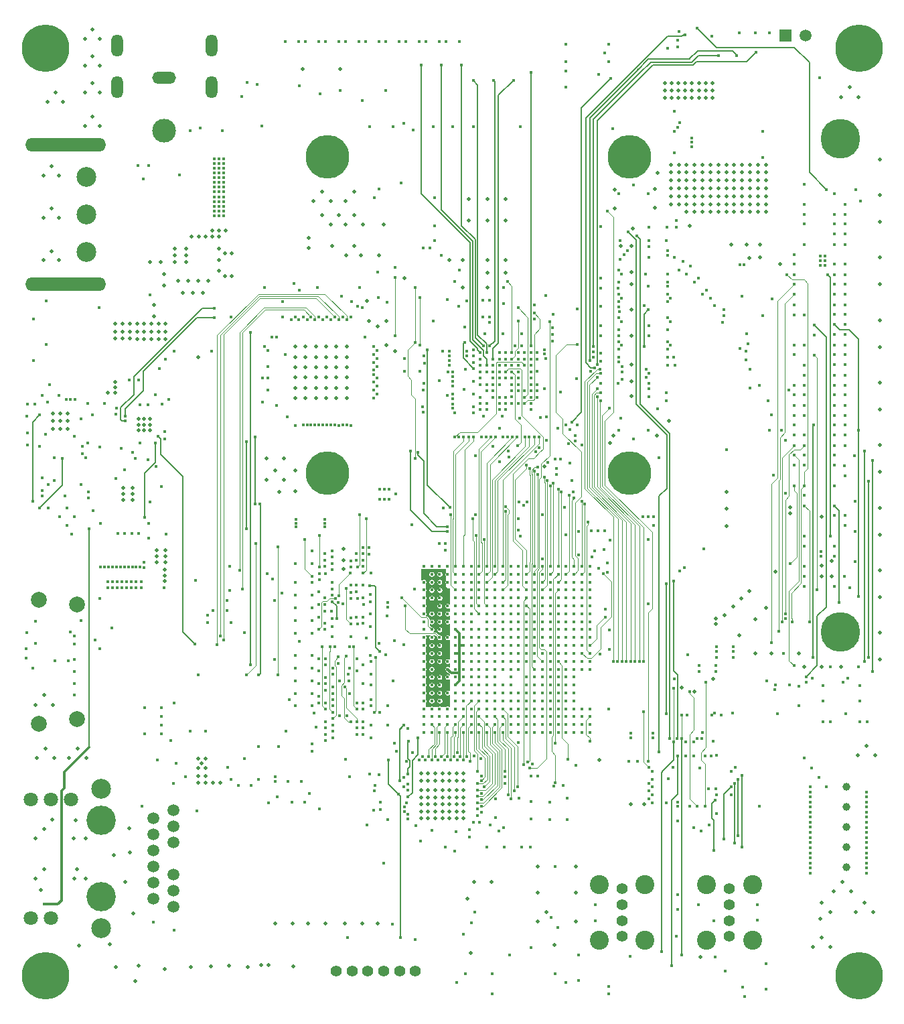
<source format=gbr>
G04 (created by PCBNEW (2013-07-07 BZR 4022)-stable) date 10/02/2015 04:29:17*
%MOIN*%
G04 Gerber Fmt 3.4, Leading zero omitted, Abs format*
%FSLAX34Y34*%
G01*
G70*
G90*
G04 APERTURE LIST*
%ADD10C,0.00590551*%
%ADD11C,0.019685*%
%ADD12R,0.0597X0.0597*%
%ADD13C,0.0597*%
%ADD14C,0.23622*%
%ADD15C,0.0787402*%
%ADD16C,0.216535*%
%ADD17C,0.0708661*%
%ADD18C,0.0590551*%
%ADD19C,0.0984252*%
%ADD20C,0.145669*%
%ADD21C,0.0393701*%
%ADD22C,0.0944882*%
%ADD23C,0.0551181*%
%ADD24C,0.015748*%
%ADD25C,0.19685*%
%ADD26O,0.401575X0.0669291*%
%ADD27O,0.0590551X0.110236*%
%ADD28O,0.11811X0.0590551*%
%ADD29C,0.11811*%
%ADD30C,0.00393701*%
%ADD31C,0.00787402*%
%ADD32C,0.011811*%
G04 APERTURE END LIST*
G54D10*
G54D11*
X71889Y-46692D03*
X71531Y-46232D03*
X71141Y-46692D03*
X71141Y-44566D03*
X71531Y-44106D03*
X71889Y-44566D03*
X71889Y-42480D03*
X71531Y-42019D03*
X71141Y-42480D03*
X71338Y-38818D03*
X71728Y-38358D03*
X72086Y-38818D03*
X73937Y-40000D03*
X73578Y-39539D03*
X73188Y-40000D03*
X73188Y-35669D03*
X73578Y-35208D03*
X73937Y-35669D03*
X73937Y-37007D03*
X73578Y-36547D03*
X73188Y-37007D03*
X73188Y-38346D03*
X73578Y-37885D03*
X73937Y-38346D03*
X104094Y-38602D03*
X104094Y-37874D03*
X104094Y-38248D03*
X103759Y-38248D03*
X103759Y-37874D03*
X103759Y-38602D03*
X103405Y-38602D03*
X103405Y-37874D03*
X103405Y-38248D03*
X103070Y-38248D03*
X103070Y-37874D03*
X103070Y-38602D03*
X105118Y-59055D03*
X105118Y-58208D03*
X105118Y-59921D03*
X107559Y-62185D03*
X88188Y-50925D03*
X88637Y-51200D03*
X93236Y-43653D03*
X92291Y-43653D03*
X94141Y-43653D03*
X94141Y-44716D03*
X94133Y-46673D03*
X94133Y-47303D03*
X92291Y-44716D03*
X84019Y-37181D03*
X85889Y-37185D03*
X79074Y-48307D03*
X78582Y-48307D03*
X78070Y-48307D03*
X77212Y-49850D03*
X77212Y-50598D03*
X77212Y-50244D03*
X76858Y-50244D03*
X76858Y-50598D03*
X76858Y-49850D03*
X76503Y-49850D03*
X76503Y-50598D03*
X76503Y-50244D03*
X75082Y-50236D03*
X75082Y-50590D03*
X75082Y-49842D03*
X74708Y-50236D03*
X74708Y-50590D03*
X74708Y-49842D03*
X75866Y-54866D03*
X76417Y-54866D03*
X76141Y-54866D03*
X76141Y-55141D03*
X76141Y-54590D03*
X76417Y-54590D03*
X76417Y-55141D03*
X75866Y-55141D03*
X71968Y-54688D03*
X71968Y-54314D03*
X71968Y-55062D03*
X72342Y-55062D03*
X72342Y-54314D03*
X72342Y-54688D03*
X75570Y-58307D03*
X75098Y-58307D03*
X77165Y-62637D03*
X106279Y-63129D03*
X105039Y-64330D03*
X79527Y-45216D03*
X80196Y-45216D03*
X79862Y-45216D03*
X79192Y-45511D03*
X79527Y-45511D03*
X78858Y-45511D03*
X78503Y-45511D03*
X77677Y-46456D03*
X78228Y-46456D03*
X78228Y-46791D03*
X77677Y-46791D03*
X84330Y-45570D03*
X78826Y-51507D03*
X79330Y-47696D03*
X78838Y-47696D03*
X78326Y-47696D03*
X77834Y-47696D03*
X76625Y-48897D03*
X77145Y-47933D03*
X77145Y-47381D03*
X77677Y-46122D03*
X78228Y-46122D03*
X76968Y-46791D03*
X79862Y-46673D03*
X86200Y-46437D03*
X86590Y-45976D03*
X86948Y-46437D03*
X85511Y-45964D03*
X84330Y-46082D03*
X80511Y-46358D03*
X80177Y-46358D03*
X80177Y-47480D03*
X80511Y-47480D03*
X74350Y-53287D03*
X74685Y-53011D03*
X74685Y-52736D03*
X74685Y-53287D03*
X75437Y-49842D03*
X75437Y-50590D03*
X75437Y-50236D03*
X98807Y-71535D03*
X104606Y-64507D03*
X105866Y-63523D03*
X105452Y-63897D03*
X107106Y-63976D03*
X104606Y-64783D03*
X106555Y-64527D03*
X105767Y-65354D03*
X106555Y-66259D03*
X103149Y-41929D03*
X103149Y-42322D03*
X103149Y-42716D03*
X103149Y-43503D03*
X103149Y-43110D03*
X103149Y-43897D03*
X103149Y-44291D03*
X102755Y-43897D03*
X102362Y-43897D03*
X102755Y-43110D03*
X102362Y-43110D03*
X102362Y-43503D03*
X102755Y-43503D03*
X102755Y-42716D03*
X102362Y-42716D03*
X102362Y-42322D03*
X102755Y-42322D03*
X102755Y-41929D03*
X102362Y-41929D03*
X103543Y-41929D03*
X103937Y-41929D03*
X103937Y-42322D03*
X103543Y-42322D03*
X103543Y-42716D03*
X103937Y-42716D03*
X103937Y-43503D03*
X103543Y-43503D03*
X103543Y-43110D03*
X103937Y-43110D03*
X103543Y-43897D03*
X103937Y-43897D03*
X103937Y-44291D03*
X103543Y-44291D03*
X107791Y-46889D03*
X101716Y-42334D03*
X106811Y-45925D03*
X106259Y-46570D03*
X93228Y-47303D03*
X93228Y-46673D03*
X93228Y-48051D03*
X92007Y-48051D03*
X100354Y-73759D03*
X101023Y-73759D03*
X97637Y-79586D03*
X97637Y-78129D03*
X97637Y-76830D03*
X95748Y-76830D03*
X95748Y-78129D03*
X93425Y-77618D03*
X92559Y-77618D03*
X92240Y-78448D03*
X92389Y-81149D03*
X96566Y-80759D03*
X95748Y-79586D03*
X96181Y-79114D03*
X74629Y-76291D03*
X75216Y-77602D03*
X75401Y-74960D03*
X87755Y-79665D03*
X87007Y-79665D03*
X86141Y-79665D03*
X82677Y-79665D03*
X83543Y-79665D03*
X85157Y-79665D03*
X84291Y-79665D03*
X79940Y-72677D03*
X79566Y-72677D03*
X78838Y-72677D03*
X79192Y-72677D03*
X109862Y-59429D03*
X110354Y-62401D03*
X110354Y-61633D03*
X109862Y-61870D03*
X109862Y-62401D03*
X108720Y-66259D03*
X107381Y-66259D03*
X104468Y-67500D03*
X103543Y-68129D03*
X102893Y-67933D03*
X99872Y-45964D03*
X81960Y-81755D03*
X81299Y-81830D03*
X83578Y-81799D03*
X82334Y-81755D03*
X102066Y-38602D03*
X102066Y-37874D03*
X102066Y-38248D03*
X102401Y-38248D03*
X102401Y-37874D03*
X102401Y-38602D03*
X102736Y-38602D03*
X102736Y-37874D03*
X102736Y-38248D03*
X104429Y-38248D03*
X104429Y-37874D03*
X104429Y-38602D03*
X103291Y-44980D03*
X106799Y-46555D03*
X83110Y-57618D03*
X82244Y-57618D03*
X82677Y-57145D03*
X103822Y-81342D03*
X93236Y-44716D03*
X86614Y-44429D03*
X86181Y-44901D03*
X87047Y-44901D03*
X85822Y-44440D03*
X86181Y-43759D03*
X86614Y-43287D03*
X87771Y-49980D03*
X85000Y-43287D03*
X84566Y-43759D03*
X85433Y-43759D03*
X85433Y-44901D03*
X85000Y-44429D03*
X86062Y-62027D03*
X86062Y-61043D03*
X86062Y-61594D03*
X82244Y-56555D03*
X83110Y-56555D03*
X83677Y-58188D03*
X83681Y-57141D03*
X82881Y-58212D03*
X88070Y-44901D03*
X92007Y-46673D03*
X91338Y-46673D03*
X87834Y-46437D03*
X89094Y-47578D03*
X87248Y-48700D03*
X88188Y-49704D03*
X87322Y-49704D03*
X96062Y-56948D03*
X99318Y-55787D03*
X101653Y-55413D03*
X102283Y-54685D03*
X99488Y-55413D03*
X100393Y-53444D03*
X100393Y-52696D03*
X100393Y-51870D03*
X100393Y-50452D03*
X100393Y-49153D03*
X100393Y-47893D03*
X100393Y-47263D03*
X100393Y-45964D03*
X100472Y-45098D03*
X106141Y-45925D03*
X105354Y-45925D03*
X99566Y-43169D03*
X99566Y-44114D03*
X101574Y-43129D03*
X101574Y-44074D03*
X111259Y-38090D03*
X110826Y-38562D03*
X111692Y-38562D03*
X112755Y-52775D03*
X112755Y-51003D03*
X112755Y-47893D03*
X112755Y-49665D03*
X112755Y-43444D03*
X112755Y-41673D03*
X112755Y-44783D03*
X112755Y-46555D03*
X112755Y-58996D03*
X112755Y-57224D03*
X112755Y-54114D03*
X112755Y-55885D03*
X112755Y-62106D03*
X112755Y-60334D03*
X112755Y-63444D03*
X112755Y-65216D03*
X112755Y-66555D03*
X110826Y-66909D03*
X109015Y-66909D03*
X109881Y-66909D03*
X112086Y-70846D03*
X111653Y-71318D03*
X112519Y-71318D03*
X111338Y-78090D03*
X110472Y-78090D03*
X110905Y-77618D03*
X112007Y-78641D03*
X111574Y-79114D03*
X112440Y-79114D03*
X110314Y-79114D03*
X109811Y-79460D03*
X109881Y-78641D03*
X109881Y-80374D03*
X109448Y-80846D03*
X110314Y-80846D03*
X79192Y-72342D03*
X78838Y-72342D03*
X75881Y-81791D03*
X75688Y-82531D03*
X77169Y-81933D03*
X74440Y-80720D03*
X72909Y-80791D03*
X74724Y-81830D03*
X72795Y-76988D03*
X72669Y-77452D03*
X73228Y-77460D03*
X71000Y-78023D03*
X70748Y-77460D03*
X71181Y-76988D03*
X71181Y-74980D03*
X70748Y-75452D03*
X71566Y-74507D03*
X73228Y-75452D03*
X72641Y-75456D03*
X72732Y-74559D03*
X72834Y-70964D03*
X72401Y-71437D03*
X73267Y-71437D03*
X71653Y-71437D03*
X70787Y-71437D03*
X71220Y-70964D03*
X71181Y-68326D03*
X70748Y-68799D03*
X71614Y-68799D03*
X80362Y-81791D03*
X78468Y-81858D03*
X79468Y-81811D03*
X75598Y-79181D03*
X75448Y-76149D03*
X76625Y-49468D03*
X75570Y-58602D03*
X75098Y-58602D03*
X79862Y-47224D03*
X79862Y-45511D03*
X79862Y-46102D03*
X76417Y-46791D03*
X75570Y-58011D03*
X75098Y-58011D03*
X92047Y-74429D03*
X91692Y-74429D03*
X90984Y-74429D03*
X91338Y-74429D03*
X90629Y-74429D03*
X90275Y-74429D03*
X89921Y-74429D03*
X89921Y-74114D03*
X90275Y-74114D03*
X90629Y-74114D03*
X91338Y-74114D03*
X90984Y-74114D03*
X91692Y-74114D03*
X92047Y-74114D03*
X92047Y-73759D03*
X91692Y-73759D03*
X90984Y-73759D03*
X91338Y-73759D03*
X90629Y-73759D03*
X90275Y-73759D03*
X89921Y-73759D03*
X89921Y-73051D03*
X90275Y-73051D03*
X90629Y-73051D03*
X91338Y-73051D03*
X90984Y-73051D03*
X91692Y-73051D03*
X92047Y-73051D03*
X92047Y-73405D03*
X91692Y-73405D03*
X90984Y-73405D03*
X91338Y-73405D03*
X90629Y-73405D03*
X90275Y-73405D03*
X89921Y-73405D03*
X89921Y-72578D03*
X90275Y-72578D03*
X90629Y-72578D03*
X91338Y-72578D03*
X90984Y-72578D03*
X91692Y-72578D03*
X92047Y-72578D03*
X92047Y-72224D03*
X91692Y-72224D03*
X90984Y-72224D03*
X91338Y-72224D03*
X90629Y-72224D03*
X90275Y-72224D03*
X89921Y-72224D03*
X77165Y-62362D03*
X77165Y-62086D03*
X77204Y-61417D03*
X76771Y-61417D03*
X76771Y-61712D03*
X77204Y-61712D03*
X77204Y-61122D03*
X76771Y-61122D03*
X71594Y-54688D03*
X71594Y-54314D03*
X71594Y-55062D03*
X76149Y-50244D03*
X75795Y-50244D03*
X75795Y-50598D03*
X76149Y-50598D03*
X75795Y-49850D03*
X76149Y-49850D03*
X75866Y-54590D03*
X108307Y-58976D03*
X108307Y-59291D03*
X104330Y-44291D03*
X104724Y-44291D03*
X105511Y-44291D03*
X105118Y-44291D03*
X105905Y-44291D03*
X106299Y-44291D03*
X106692Y-44291D03*
X107086Y-44291D03*
X107086Y-43897D03*
X106692Y-43897D03*
X106299Y-43897D03*
X105905Y-43897D03*
X105118Y-43897D03*
X105511Y-43897D03*
X104724Y-43897D03*
X104330Y-43897D03*
X107086Y-43110D03*
X106692Y-43110D03*
X106299Y-43110D03*
X105905Y-43110D03*
X105118Y-43110D03*
X105511Y-43110D03*
X104724Y-43110D03*
X104330Y-43110D03*
X104330Y-43503D03*
X104724Y-43503D03*
X105511Y-43503D03*
X105118Y-43503D03*
X105905Y-43503D03*
X106299Y-43503D03*
X106692Y-43503D03*
X107086Y-43503D03*
X107086Y-42716D03*
X106692Y-42716D03*
X106299Y-42716D03*
X105905Y-42716D03*
X105118Y-42716D03*
X105511Y-42716D03*
X104724Y-42716D03*
X104330Y-42716D03*
X104330Y-42322D03*
X104724Y-42322D03*
X105511Y-42322D03*
X105118Y-42322D03*
X105905Y-42322D03*
X106299Y-42322D03*
X106692Y-42322D03*
X107086Y-42322D03*
X107086Y-41929D03*
X106692Y-41929D03*
X106299Y-41929D03*
X105905Y-41929D03*
X105118Y-41929D03*
X105511Y-41929D03*
X104724Y-41929D03*
G54D12*
X108083Y-35511D03*
G54D13*
X109083Y-35511D03*
G54D14*
X111732Y-82283D03*
X111732Y-36141D03*
X71220Y-36141D03*
X71220Y-82283D03*
G54D11*
X104330Y-41929D03*
G54D15*
X70885Y-63562D03*
X72814Y-63799D03*
X72814Y-69507D03*
X70885Y-69744D03*
G54D11*
X78838Y-71948D03*
X78838Y-71476D03*
X79192Y-71476D03*
X79192Y-71948D03*
X79015Y-71712D03*
X83661Y-53543D03*
X83661Y-53031D03*
X83661Y-52007D03*
X83661Y-52519D03*
X83661Y-51496D03*
X83661Y-50984D03*
X84173Y-51496D03*
X84173Y-52519D03*
X84173Y-52007D03*
X84173Y-53031D03*
X84173Y-53543D03*
X84173Y-50984D03*
X84685Y-53543D03*
X84685Y-53031D03*
X84685Y-52007D03*
X84685Y-52519D03*
X84685Y-51496D03*
X84685Y-50984D03*
X85196Y-51496D03*
X85196Y-52519D03*
X85196Y-52007D03*
X85196Y-53031D03*
X85196Y-53543D03*
X85196Y-50984D03*
X85708Y-53543D03*
X85708Y-53031D03*
X85708Y-52007D03*
X85708Y-52519D03*
X85708Y-51496D03*
X85708Y-50984D03*
X86220Y-50984D03*
X86220Y-51496D03*
X86220Y-52007D03*
X86220Y-53543D03*
X86220Y-53031D03*
X86220Y-52519D03*
G54D16*
X100291Y-41531D03*
X85251Y-41531D03*
X100291Y-57279D03*
X85251Y-57279D03*
G54D17*
X71515Y-79417D03*
X70515Y-79417D03*
X72515Y-73496D03*
X71515Y-73496D03*
G54D18*
X77614Y-78854D03*
X77614Y-78055D03*
X77614Y-77255D03*
X77614Y-75657D03*
X77614Y-74858D03*
X77614Y-74059D03*
X76614Y-78454D03*
X76614Y-77655D03*
X76614Y-76856D03*
X76614Y-74458D03*
X76614Y-75257D03*
G54D19*
X74015Y-79921D03*
G54D20*
X74015Y-78356D03*
X74015Y-74557D03*
G54D19*
X74015Y-72992D03*
G54D18*
X76614Y-76057D03*
G54D17*
X70515Y-73496D03*
G54D21*
X111102Y-72881D03*
X111102Y-73881D03*
X111102Y-74881D03*
X111102Y-75881D03*
X111102Y-76881D03*
G54D22*
X106417Y-77755D03*
X104133Y-77755D03*
X106417Y-80511D03*
X104133Y-80511D03*
G54D23*
X105275Y-77952D03*
X105275Y-78740D03*
X105275Y-79527D03*
X105275Y-80314D03*
G54D22*
X101082Y-77755D03*
X98799Y-77755D03*
X101082Y-80511D03*
X98799Y-80511D03*
G54D23*
X99940Y-77952D03*
X99940Y-78740D03*
X99940Y-79527D03*
X99940Y-80314D03*
G54D24*
X98326Y-61909D03*
X98326Y-62303D03*
X98326Y-62696D03*
X98326Y-63090D03*
X98326Y-63484D03*
X98326Y-63877D03*
X98326Y-64271D03*
X98326Y-64665D03*
X98326Y-65059D03*
X98326Y-65452D03*
X98326Y-65846D03*
X98326Y-66240D03*
X98326Y-66633D03*
X98326Y-67027D03*
X98326Y-68996D03*
X98326Y-69389D03*
X98326Y-69783D03*
X98326Y-70177D03*
X97933Y-61909D03*
X97933Y-62303D03*
X97933Y-62696D03*
X97933Y-63090D03*
X97933Y-63484D03*
X97933Y-63877D03*
X97933Y-64271D03*
X97933Y-64665D03*
X97933Y-65059D03*
X97933Y-65452D03*
X97933Y-65846D03*
X97933Y-66240D03*
X97933Y-66633D03*
X97933Y-67027D03*
X97933Y-68996D03*
X97933Y-69389D03*
X97933Y-69783D03*
X97933Y-70177D03*
X97539Y-61909D03*
X97539Y-62303D03*
X97539Y-62696D03*
X97539Y-63090D03*
X97539Y-63484D03*
X97539Y-63877D03*
X97539Y-64271D03*
X97539Y-64665D03*
X97539Y-65059D03*
X97539Y-65452D03*
X97539Y-65846D03*
X97539Y-66240D03*
X97539Y-66633D03*
X97539Y-67027D03*
X97539Y-67421D03*
X97539Y-67814D03*
X97539Y-68208D03*
X97539Y-68602D03*
X97539Y-68996D03*
X97539Y-69389D03*
X97539Y-69783D03*
X97539Y-70177D03*
X97145Y-61909D03*
X97145Y-62303D03*
X97145Y-62696D03*
X97145Y-63090D03*
X97145Y-63484D03*
X97145Y-63877D03*
X97145Y-64271D03*
X97145Y-64665D03*
X97145Y-65059D03*
X97145Y-65452D03*
X97145Y-65846D03*
X97145Y-66240D03*
X97145Y-66633D03*
X97145Y-67027D03*
X97145Y-67421D03*
X97145Y-67814D03*
X97145Y-68208D03*
X97145Y-68602D03*
X97145Y-68996D03*
X97145Y-69389D03*
X97145Y-69783D03*
X97145Y-70177D03*
X96751Y-61909D03*
X96751Y-62303D03*
X96751Y-62696D03*
X96751Y-63090D03*
X96751Y-63484D03*
X96751Y-63877D03*
X96751Y-64271D03*
X96751Y-64665D03*
X96751Y-65059D03*
X96751Y-65452D03*
X96751Y-65846D03*
X96751Y-66240D03*
X96751Y-66633D03*
X96751Y-67027D03*
X96751Y-67421D03*
X96751Y-67814D03*
X96751Y-68208D03*
X96751Y-68602D03*
X96751Y-68996D03*
X96751Y-69389D03*
X96751Y-69783D03*
X96751Y-70177D03*
X96358Y-61909D03*
X96358Y-62303D03*
X96358Y-62696D03*
X96358Y-63090D03*
X96358Y-63484D03*
X96358Y-63877D03*
X96358Y-64271D03*
X96358Y-64665D03*
X96358Y-65059D03*
X96358Y-65452D03*
X96358Y-65846D03*
X96358Y-66240D03*
X96358Y-66633D03*
X96358Y-67027D03*
X96358Y-67421D03*
X96358Y-67814D03*
X96358Y-68208D03*
X96358Y-68602D03*
X96358Y-68996D03*
X96358Y-69389D03*
X96358Y-69783D03*
X96358Y-70177D03*
X95964Y-61909D03*
X95964Y-62303D03*
X95964Y-62696D03*
X95964Y-63090D03*
X95964Y-63484D03*
X95964Y-63877D03*
X95964Y-64271D03*
X95964Y-64665D03*
X95964Y-65059D03*
X95964Y-65452D03*
X95964Y-65846D03*
X95964Y-66240D03*
X95964Y-66633D03*
X95964Y-67027D03*
X95964Y-67421D03*
X95964Y-67814D03*
X95964Y-68208D03*
X95964Y-68602D03*
X95964Y-68996D03*
X95964Y-69389D03*
X95964Y-69783D03*
X95964Y-70177D03*
X95570Y-61909D03*
X95570Y-62303D03*
X95570Y-62696D03*
X95570Y-63090D03*
X95570Y-63484D03*
X95570Y-63877D03*
X95570Y-64271D03*
X95570Y-64665D03*
X95570Y-65059D03*
X95570Y-65452D03*
X95570Y-65846D03*
X95570Y-66240D03*
X95570Y-66633D03*
X95570Y-67027D03*
X95570Y-67421D03*
X95570Y-67814D03*
X95570Y-68208D03*
X95570Y-68602D03*
X95570Y-68996D03*
X95570Y-69389D03*
X95570Y-69783D03*
X95570Y-70177D03*
X95177Y-61909D03*
X95177Y-62303D03*
X95177Y-62696D03*
X95177Y-63090D03*
X95177Y-63484D03*
X95177Y-63877D03*
X95177Y-64271D03*
X95177Y-64665D03*
X95177Y-65059D03*
X95177Y-65452D03*
X95177Y-65846D03*
X95177Y-66240D03*
X95177Y-66633D03*
X95177Y-67421D03*
X95177Y-67814D03*
X95177Y-68208D03*
X95177Y-68602D03*
X95177Y-68996D03*
X95177Y-69389D03*
X95177Y-69783D03*
X95177Y-70177D03*
X94783Y-61909D03*
X94783Y-62303D03*
X94783Y-62696D03*
X94783Y-63090D03*
X94783Y-63484D03*
X94783Y-63877D03*
X94783Y-64271D03*
X94783Y-64665D03*
X94783Y-65059D03*
X94783Y-65452D03*
X94783Y-65846D03*
X94783Y-66240D03*
X94783Y-66633D03*
X94783Y-67027D03*
X94783Y-68208D03*
X94783Y-68602D03*
X94783Y-68996D03*
X94783Y-69389D03*
X94783Y-69783D03*
X94783Y-70177D03*
X94389Y-61909D03*
X94389Y-62303D03*
X94389Y-62696D03*
X94389Y-63090D03*
X94389Y-63484D03*
X94389Y-63877D03*
X94389Y-64271D03*
X94389Y-64665D03*
X94389Y-65059D03*
X94389Y-65452D03*
X94389Y-65846D03*
X94389Y-66240D03*
X94389Y-66633D03*
X94389Y-67027D03*
X94389Y-67421D03*
X94389Y-67814D03*
X94389Y-68208D03*
X94389Y-68602D03*
X94389Y-68996D03*
X94389Y-69389D03*
X94389Y-69783D03*
X94389Y-70177D03*
X93996Y-61909D03*
X93996Y-62303D03*
X93996Y-62696D03*
X93996Y-63090D03*
X93996Y-63484D03*
X93996Y-63877D03*
X93996Y-64271D03*
X93996Y-64665D03*
X93996Y-65059D03*
X93996Y-65452D03*
X93996Y-65846D03*
X93996Y-66240D03*
X93996Y-66633D03*
X93996Y-67027D03*
X93996Y-67814D03*
X93996Y-68208D03*
X93996Y-68602D03*
X93996Y-68996D03*
X93996Y-69389D03*
X93996Y-69783D03*
X93996Y-70177D03*
X93602Y-61909D03*
X93602Y-62303D03*
X93602Y-62696D03*
X93602Y-63090D03*
X93602Y-63484D03*
X93602Y-63877D03*
X93602Y-64271D03*
X93602Y-64665D03*
X93602Y-65059D03*
X93602Y-65452D03*
X93602Y-65846D03*
X93602Y-66240D03*
X93602Y-66633D03*
X93602Y-67027D03*
X93602Y-67421D03*
X93602Y-67814D03*
X93602Y-68208D03*
X93602Y-68602D03*
X93602Y-68996D03*
X93602Y-69389D03*
X93602Y-69783D03*
X93602Y-70177D03*
X93208Y-61909D03*
X93208Y-62303D03*
X93208Y-62696D03*
X93208Y-63090D03*
X93208Y-63484D03*
X93208Y-63877D03*
X93208Y-64271D03*
X93208Y-64665D03*
X93208Y-65059D03*
X93208Y-65452D03*
X93208Y-65846D03*
X93208Y-66240D03*
X93208Y-66633D03*
X93208Y-67027D03*
X93208Y-67421D03*
X93208Y-67814D03*
X93208Y-68208D03*
X93208Y-68602D03*
X93208Y-68996D03*
X93208Y-69389D03*
X93208Y-69783D03*
X93208Y-70177D03*
X92814Y-61909D03*
X92814Y-62303D03*
X92814Y-62696D03*
X92814Y-63090D03*
X92814Y-63484D03*
X92814Y-63877D03*
X92814Y-64271D03*
X92814Y-65059D03*
X92814Y-65452D03*
X92814Y-65846D03*
X92814Y-66240D03*
X92814Y-66633D03*
X92814Y-67027D03*
X92814Y-67421D03*
X92814Y-67814D03*
X92814Y-68208D03*
X92814Y-68602D03*
X92814Y-68996D03*
X92814Y-69389D03*
X92814Y-69783D03*
X92814Y-70177D03*
X92421Y-61909D03*
X92421Y-62303D03*
X92421Y-62696D03*
X92421Y-63090D03*
X92421Y-63484D03*
X92421Y-63877D03*
X92421Y-64271D03*
X92421Y-64665D03*
X92421Y-65059D03*
X92421Y-65452D03*
X92421Y-65846D03*
X92421Y-66240D03*
X92421Y-66633D03*
X92421Y-67027D03*
X92421Y-67421D03*
X92421Y-67814D03*
X92421Y-68208D03*
X92421Y-68602D03*
X92421Y-68996D03*
X92421Y-69389D03*
X92421Y-69783D03*
X92421Y-70177D03*
X92027Y-61909D03*
X92027Y-62303D03*
X92027Y-62696D03*
X92027Y-63090D03*
X92027Y-63484D03*
X92027Y-63877D03*
X92027Y-64271D03*
X92027Y-64665D03*
X92027Y-65059D03*
X92027Y-65452D03*
X92027Y-65846D03*
X92027Y-66240D03*
X92027Y-66633D03*
X92027Y-67027D03*
X92027Y-67421D03*
X92027Y-67814D03*
X92027Y-68208D03*
X92027Y-68602D03*
X92027Y-68996D03*
X92027Y-69389D03*
X92027Y-69783D03*
X92027Y-70177D03*
X91633Y-61909D03*
X91633Y-62303D03*
X91633Y-62696D03*
X91633Y-63090D03*
X91633Y-63484D03*
X91633Y-63877D03*
X91633Y-64271D03*
X91633Y-64665D03*
X91633Y-65059D03*
X91633Y-65452D03*
X91633Y-65846D03*
X91633Y-66240D03*
X91633Y-66633D03*
X91633Y-67027D03*
X91633Y-67421D03*
X91633Y-67814D03*
X91633Y-68208D03*
X91633Y-68602D03*
X91633Y-68996D03*
X91633Y-69389D03*
X91633Y-69783D03*
X91633Y-70177D03*
X91240Y-61909D03*
X91240Y-62303D03*
X91240Y-62696D03*
X91240Y-63090D03*
X91240Y-63484D03*
X91240Y-63877D03*
X91240Y-64271D03*
X91240Y-64665D03*
X91240Y-65059D03*
X91240Y-65452D03*
X91240Y-65846D03*
X91240Y-66240D03*
X91240Y-66633D03*
X91240Y-67027D03*
X91240Y-67421D03*
X91240Y-67814D03*
X91240Y-68208D03*
X91240Y-68602D03*
X91240Y-68996D03*
X91240Y-69389D03*
X91240Y-69783D03*
X91240Y-70177D03*
X90846Y-61909D03*
X90846Y-62303D03*
X90846Y-62696D03*
X90846Y-63090D03*
X90846Y-63484D03*
X90846Y-63877D03*
X90846Y-64271D03*
X90846Y-64665D03*
X90846Y-65059D03*
X90846Y-65452D03*
X90846Y-65846D03*
X90846Y-66240D03*
X90846Y-66633D03*
X90846Y-67027D03*
X90846Y-67421D03*
X90846Y-67814D03*
X90846Y-68208D03*
X90846Y-68602D03*
X90846Y-68996D03*
X90846Y-69389D03*
X90846Y-69783D03*
X90846Y-70177D03*
X90452Y-61909D03*
X90452Y-62303D03*
X90452Y-62696D03*
X90452Y-63090D03*
X90452Y-63484D03*
X90452Y-63877D03*
X90452Y-64271D03*
X90452Y-64665D03*
X90452Y-65059D03*
X90452Y-65452D03*
X90452Y-65846D03*
X90452Y-66240D03*
X90452Y-66633D03*
X90452Y-67027D03*
X90452Y-67421D03*
X90452Y-67814D03*
X90452Y-68208D03*
X90452Y-68602D03*
X90452Y-68996D03*
X90452Y-69389D03*
X90452Y-69783D03*
X90452Y-70177D03*
X90059Y-61909D03*
X90059Y-62303D03*
X90059Y-62696D03*
X90059Y-63090D03*
X90059Y-63484D03*
X90059Y-63877D03*
X90059Y-64271D03*
X90059Y-64665D03*
X90059Y-65059D03*
X90059Y-65452D03*
X90059Y-65846D03*
X90059Y-66240D03*
X90059Y-66633D03*
X90059Y-67027D03*
X90059Y-67421D03*
X90059Y-67814D03*
X90059Y-68208D03*
X90059Y-68602D03*
X90059Y-68996D03*
X90059Y-69389D03*
X90059Y-69783D03*
X90059Y-70177D03*
G54D25*
X110787Y-40633D03*
X110787Y-65192D03*
G54D24*
X80102Y-44000D03*
X79866Y-44000D03*
X79629Y-44236D03*
X79629Y-44000D03*
X79629Y-44472D03*
X79866Y-44472D03*
X80102Y-44472D03*
X80102Y-44236D03*
X79866Y-44236D03*
X79629Y-43055D03*
X79866Y-43055D03*
X80102Y-43055D03*
X79866Y-43527D03*
X80102Y-43527D03*
X80102Y-43763D03*
X79866Y-43763D03*
X79629Y-43763D03*
X79629Y-43291D03*
X79629Y-43527D03*
X79866Y-43291D03*
X80102Y-43291D03*
X80102Y-42346D03*
X79866Y-42346D03*
X79629Y-42582D03*
X79629Y-42346D03*
X79629Y-42818D03*
X79866Y-42818D03*
X80102Y-42818D03*
X80102Y-42582D03*
X79866Y-42582D03*
X79866Y-41874D03*
X80102Y-41874D03*
X80102Y-42110D03*
X79866Y-42110D03*
X79629Y-42110D03*
X79629Y-41637D03*
X79629Y-41874D03*
X79866Y-41637D03*
X80102Y-41637D03*
G54D19*
X73251Y-42539D03*
X73251Y-44409D03*
X73251Y-46279D03*
G54D26*
X72244Y-47874D03*
X72244Y-40944D03*
G54D27*
X74803Y-38066D03*
X74803Y-36019D03*
X79488Y-36019D03*
G54D28*
X77145Y-37614D03*
G54D27*
X79488Y-38066D03*
G54D29*
X77145Y-40232D03*
G54D23*
X85708Y-82047D03*
X86496Y-82047D03*
X89645Y-82047D03*
X88858Y-82047D03*
X88070Y-82047D03*
X87283Y-82047D03*
G54D24*
X99468Y-40137D03*
X94822Y-54557D03*
X89271Y-73051D03*
X87606Y-73062D03*
X95389Y-73602D03*
X92923Y-74143D03*
X96326Y-73629D03*
X92539Y-74645D03*
X82751Y-73385D03*
X90462Y-71545D03*
X83507Y-73649D03*
X90620Y-71377D03*
X84149Y-73633D03*
X90935Y-71377D03*
X84377Y-73212D03*
X91250Y-71377D03*
X91407Y-71545D03*
X91564Y-71377D03*
X91879Y-71377D03*
X92037Y-71545D03*
X92923Y-73828D03*
X92746Y-73671D03*
X92923Y-73513D03*
X92746Y-73356D03*
X92746Y-73041D03*
X93080Y-72883D03*
X92746Y-72726D03*
X92923Y-72568D03*
X102755Y-47185D03*
X111023Y-44409D03*
X110511Y-44881D03*
X102952Y-46751D03*
X99763Y-47185D03*
X102185Y-48759D03*
X105000Y-49133D03*
X111023Y-48897D03*
X99763Y-48759D03*
X104921Y-49763D03*
X110511Y-49370D03*
X103149Y-47381D03*
X102185Y-47381D03*
X111023Y-44881D03*
X110511Y-45393D03*
X103346Y-46968D03*
X99901Y-47381D03*
X103543Y-47775D03*
X102185Y-47775D03*
X111023Y-45905D03*
X99763Y-47775D03*
X103740Y-47578D03*
X110511Y-46889D03*
X103937Y-48366D03*
X102185Y-48366D03*
X111023Y-47401D03*
X104133Y-48188D03*
X99763Y-48366D03*
X110511Y-47874D03*
X104330Y-48562D03*
X102322Y-48562D03*
X111023Y-47874D03*
X104527Y-48956D03*
X99901Y-48562D03*
X110511Y-48385D03*
X102185Y-49547D03*
X106102Y-51653D03*
X110511Y-51377D03*
X99763Y-49547D03*
X105787Y-51062D03*
X110511Y-50905D03*
X102185Y-51122D03*
X108070Y-55629D03*
X110511Y-55393D03*
X108070Y-58267D03*
X99763Y-51122D03*
X111023Y-55393D03*
X102322Y-49744D03*
X106299Y-52125D03*
X111023Y-51889D03*
X106771Y-52913D03*
X99901Y-49744D03*
X111023Y-52401D03*
X102185Y-50137D03*
X107204Y-53661D03*
X111023Y-53385D03*
X106299Y-53051D03*
X110511Y-52401D03*
X99763Y-50137D03*
X107362Y-54370D03*
X102185Y-50728D03*
X110511Y-53897D03*
X107283Y-55157D03*
X99763Y-50728D03*
X111023Y-53897D03*
X102322Y-50925D03*
X107874Y-55157D03*
X111023Y-54881D03*
X107480Y-57381D03*
X99901Y-50925D03*
X110511Y-54409D03*
X85137Y-61909D03*
X86437Y-61633D03*
X87027Y-61909D03*
X85511Y-61141D03*
X87027Y-60964D03*
X85511Y-61771D03*
X87027Y-61594D03*
X85137Y-61594D03*
X86712Y-61594D03*
X85511Y-61456D03*
X87027Y-61279D03*
X85137Y-61279D03*
X86712Y-61279D03*
X85137Y-63484D03*
X87027Y-63484D03*
X85452Y-64153D03*
X86712Y-64429D03*
X87401Y-64291D03*
X84822Y-64429D03*
X87401Y-64921D03*
X84822Y-65059D03*
X85679Y-63523D03*
X85511Y-63031D03*
X88956Y-63464D03*
X86712Y-63169D03*
X87864Y-66151D03*
X87362Y-62874D03*
X84822Y-63169D03*
X87401Y-63661D03*
X89133Y-63877D03*
X84822Y-63799D03*
X85137Y-64744D03*
X85816Y-63700D03*
X88267Y-63952D03*
X87027Y-64744D03*
X87047Y-69645D03*
X85531Y-69803D03*
X85157Y-69645D03*
X86732Y-70275D03*
X85157Y-70590D03*
X86732Y-69645D03*
X86141Y-67921D03*
X85157Y-69960D03*
X87047Y-69960D03*
X85531Y-70118D03*
X86732Y-69960D03*
X85157Y-70275D03*
X87047Y-70275D03*
X85531Y-70433D03*
X87047Y-67755D03*
X85157Y-68070D03*
X86732Y-67125D03*
X85531Y-67283D03*
X84842Y-67125D03*
X87421Y-67283D03*
X84842Y-66496D03*
X87421Y-66653D03*
X86250Y-69330D03*
X85531Y-68543D03*
X84842Y-68385D03*
X87421Y-68543D03*
X84842Y-67755D03*
X87421Y-67814D03*
X87047Y-66811D03*
X85157Y-66811D03*
X95177Y-56889D03*
X87568Y-50984D03*
X95324Y-57037D03*
X87726Y-51181D03*
X97933Y-58661D03*
X87726Y-53346D03*
X98080Y-58809D03*
X87568Y-53543D03*
X95570Y-57185D03*
X87568Y-51377D03*
X87726Y-51574D03*
X95718Y-57332D03*
X96062Y-57480D03*
X87568Y-51771D03*
X96210Y-57627D03*
X87726Y-51968D03*
X96751Y-58070D03*
X87726Y-52559D03*
X96899Y-58218D03*
X87568Y-52755D03*
X97293Y-58366D03*
X87726Y-52952D03*
X97539Y-58513D03*
X87568Y-53149D03*
X83858Y-65649D03*
X95248Y-71637D03*
X86358Y-72364D03*
X95031Y-71787D03*
X87370Y-72228D03*
X95318Y-71940D03*
X87846Y-72287D03*
X96606Y-70704D03*
X91505Y-54055D03*
X91515Y-52952D03*
X94143Y-58956D03*
X91348Y-51909D03*
X91348Y-51683D03*
X90826Y-52687D03*
X91505Y-53572D03*
X91505Y-53346D03*
X91515Y-52470D03*
X91348Y-51427D03*
X91515Y-52726D03*
X94143Y-59173D03*
X91505Y-53828D03*
X91348Y-51200D03*
X91515Y-52244D03*
X95098Y-55492D03*
X95305Y-55492D03*
X92519Y-55492D03*
X91811Y-55492D03*
X92293Y-55492D03*
X92037Y-55492D03*
X93415Y-55492D03*
X93641Y-55492D03*
X95787Y-55492D03*
X94478Y-55492D03*
X94704Y-55492D03*
X95561Y-55492D03*
X93996Y-55492D03*
X94222Y-55492D03*
X92933Y-55492D03*
X93159Y-55492D03*
X82795Y-67322D03*
X82795Y-60954D03*
X78828Y-67322D03*
X80413Y-61909D03*
X81909Y-58799D03*
X81830Y-67322D03*
X94783Y-59547D03*
X81220Y-67322D03*
X81692Y-60787D03*
X102129Y-69228D03*
X102129Y-62779D03*
X77007Y-68937D03*
X77007Y-69370D03*
X77007Y-69803D03*
X77007Y-70236D03*
X109291Y-77165D03*
X109291Y-76909D03*
X109291Y-74645D03*
X109291Y-74389D03*
X109291Y-74143D03*
X109291Y-73887D03*
X109291Y-73641D03*
X109291Y-73385D03*
X109291Y-76663D03*
X109291Y-76407D03*
X109291Y-76161D03*
X109291Y-75905D03*
X109291Y-75649D03*
X109291Y-75403D03*
X109291Y-75147D03*
X109291Y-74891D03*
X112106Y-77165D03*
X112106Y-76909D03*
X112106Y-74645D03*
X112106Y-74389D03*
X112106Y-74143D03*
X112106Y-73887D03*
X112106Y-73631D03*
X112106Y-73385D03*
X112106Y-76663D03*
X112106Y-76407D03*
X112106Y-76161D03*
X112106Y-75905D03*
X112106Y-75649D03*
X112106Y-75403D03*
X112106Y-75147D03*
X112106Y-74901D03*
X101013Y-69143D03*
X101269Y-71909D03*
X101417Y-72106D03*
X94094Y-72106D03*
X94094Y-72391D03*
X101417Y-72500D03*
X94094Y-72696D03*
X101269Y-72696D03*
X94724Y-72893D03*
X101417Y-72893D03*
X94566Y-73090D03*
X101269Y-73090D03*
X94251Y-73287D03*
X101417Y-73287D03*
X101269Y-73484D03*
X94409Y-73484D03*
X72677Y-65767D03*
X73710Y-65570D03*
X104511Y-79535D03*
X103728Y-78740D03*
X94055Y-75866D03*
X105000Y-75492D03*
X105354Y-72893D03*
X95354Y-75866D03*
X105885Y-75866D03*
X105885Y-72303D03*
X104507Y-76043D03*
X104566Y-73543D03*
X96594Y-76850D03*
X93188Y-75866D03*
X105708Y-75314D03*
X105708Y-72500D03*
X94921Y-75866D03*
X105531Y-75688D03*
X105531Y-72696D03*
X95393Y-37350D03*
X95393Y-50954D03*
X94448Y-51289D03*
X88641Y-47047D03*
X91594Y-47755D03*
X94242Y-47755D03*
X89921Y-36968D03*
X92874Y-51289D03*
X90925Y-36968D03*
X93188Y-51919D03*
X91929Y-36968D03*
X93031Y-50954D03*
X92519Y-37736D03*
X93188Y-51289D03*
X93523Y-37736D03*
X93346Y-50954D03*
X94527Y-37736D03*
X93503Y-51604D03*
X104744Y-36496D03*
X98513Y-50964D03*
X93818Y-51289D03*
X105629Y-36496D03*
X98336Y-51692D03*
X93818Y-51604D03*
X106614Y-36338D03*
X94133Y-51919D03*
X98690Y-51879D03*
X99360Y-37647D03*
X97440Y-54728D03*
X95393Y-53494D03*
X86992Y-38740D03*
X94133Y-52549D03*
X84905Y-38409D03*
X94763Y-52864D03*
X88169Y-38248D03*
X95393Y-53809D03*
X85885Y-38244D03*
X94763Y-53179D03*
X83866Y-38015D03*
X95866Y-54498D03*
X111053Y-69242D03*
X107657Y-69232D03*
X76692Y-55787D03*
X76161Y-59488D03*
X89468Y-59842D03*
X78681Y-65787D03*
X76830Y-55452D03*
X87844Y-65738D03*
X70944Y-54389D03*
X70590Y-58681D03*
X98248Y-59724D03*
X77381Y-53622D03*
X72716Y-53622D03*
X101259Y-53484D03*
X84862Y-62263D03*
X84862Y-62578D03*
X87047Y-69015D03*
X87047Y-68700D03*
X86870Y-59360D03*
X91387Y-59360D03*
X86751Y-61948D03*
X86437Y-61948D03*
X92500Y-59527D03*
X87194Y-59527D03*
X87037Y-62253D03*
X86437Y-63523D03*
X85728Y-64507D03*
X85511Y-63661D03*
X84488Y-62401D03*
X84143Y-60570D03*
X93061Y-60570D03*
X86200Y-63011D03*
X86437Y-64783D03*
X85511Y-64921D03*
X85511Y-62086D03*
X84862Y-61948D03*
X84862Y-60374D03*
X92667Y-60374D03*
X85177Y-62263D03*
X85846Y-63366D03*
X86407Y-62234D03*
X85866Y-67598D03*
X85866Y-69330D03*
X85807Y-66417D03*
X85531Y-69488D03*
X85157Y-69015D03*
X85000Y-65925D03*
X85531Y-67913D03*
X86289Y-67283D03*
X87598Y-69173D03*
X87667Y-66427D03*
X85639Y-65925D03*
X86358Y-65925D03*
X86417Y-69645D03*
X86200Y-66368D03*
X87864Y-69173D03*
X88248Y-64374D03*
X86574Y-65925D03*
X86732Y-69015D03*
X85531Y-69173D03*
X85413Y-65925D03*
X73011Y-64625D03*
X73917Y-66003D03*
X79783Y-65816D03*
X86220Y-49635D03*
X79940Y-65383D03*
X85826Y-49635D03*
X74547Y-64980D03*
X96358Y-57923D03*
X87568Y-52372D03*
X87568Y-52155D03*
X96505Y-57775D03*
X81043Y-63031D03*
X84448Y-49517D03*
X84645Y-49635D03*
X80885Y-62106D03*
X80098Y-65580D03*
X85629Y-49517D03*
X97500Y-58208D03*
X111023Y-49370D03*
X105118Y-56102D03*
X99763Y-51515D03*
X97342Y-56791D03*
X111496Y-56417D03*
X102185Y-51515D03*
X107746Y-65137D03*
X108503Y-48385D03*
X108503Y-47874D03*
X107362Y-65698D03*
X94311Y-56486D03*
X89401Y-56161D03*
X91236Y-60165D03*
X98555Y-61129D03*
X89767Y-56240D03*
X91232Y-59937D03*
X94870Y-60425D03*
X95968Y-61555D03*
X95078Y-51917D03*
X91602Y-55480D03*
X81653Y-55472D03*
X74822Y-60275D03*
X81653Y-58799D03*
X94744Y-55905D03*
X94448Y-52234D03*
X98740Y-60137D03*
X99921Y-52244D03*
X94921Y-50954D03*
X95078Y-51604D03*
X99921Y-52608D03*
X99074Y-60137D03*
X97696Y-50875D03*
X94606Y-50954D03*
X95724Y-56984D03*
X94133Y-51289D03*
X81417Y-50285D03*
X81417Y-66811D03*
X90236Y-51141D03*
X91358Y-58984D03*
X95964Y-59360D03*
X94133Y-51604D03*
X94751Y-49720D03*
X94448Y-51604D03*
X96318Y-49753D03*
X95078Y-51289D03*
X98513Y-51515D03*
X98405Y-60137D03*
X98362Y-52220D03*
X97783Y-60185D03*
X94448Y-51919D03*
X93848Y-56722D03*
X94133Y-52234D03*
X88641Y-50433D03*
X88641Y-47539D03*
X95393Y-51289D03*
X75157Y-60275D03*
X96078Y-53062D03*
X89881Y-50925D03*
X89881Y-48543D03*
X94763Y-52234D03*
X75531Y-60275D03*
X96220Y-56732D03*
X89625Y-56555D03*
X89645Y-48041D03*
X89645Y-50767D03*
X94763Y-51919D03*
X91614Y-54291D03*
X94763Y-51604D03*
X94763Y-53809D03*
X95566Y-49614D03*
X95393Y-54124D03*
X96151Y-54488D03*
X98503Y-51259D03*
X99874Y-54547D03*
X93090Y-50334D03*
X90984Y-51200D03*
X96724Y-55059D03*
X85118Y-59763D03*
X93346Y-49763D03*
X85118Y-59566D03*
X85118Y-59960D03*
X94448Y-53484D03*
X95393Y-51604D03*
X93484Y-55944D03*
X76102Y-42637D03*
X75826Y-41968D03*
X76377Y-41968D03*
X94881Y-40039D03*
X92519Y-40039D03*
X91515Y-40039D03*
X90531Y-40039D03*
X91181Y-35807D03*
X91850Y-35807D03*
X90846Y-35807D03*
X90177Y-35807D03*
X89173Y-35807D03*
X89842Y-35807D03*
X88838Y-35807D03*
X88169Y-35807D03*
X87165Y-35807D03*
X87834Y-35807D03*
X86181Y-35807D03*
X86850Y-35807D03*
X85846Y-35807D03*
X85177Y-35807D03*
X84173Y-35807D03*
X84842Y-35807D03*
X83838Y-35807D03*
X83169Y-35807D03*
X94763Y-52549D03*
X96122Y-51564D03*
X89901Y-75570D03*
X106043Y-83326D03*
X107106Y-81673D03*
X98858Y-45019D03*
X97637Y-71811D03*
X82677Y-72362D03*
X82677Y-72618D03*
X92614Y-79094D03*
X92425Y-79633D03*
X93464Y-83169D03*
X93464Y-82165D03*
X71417Y-52874D03*
X88070Y-76692D03*
X87244Y-74763D03*
X101496Y-59862D03*
X101240Y-60570D03*
X103027Y-61964D03*
X102696Y-78976D03*
X102696Y-78228D03*
X96141Y-48435D03*
X95551Y-48897D03*
X96614Y-56574D03*
X92185Y-48700D03*
X91811Y-48976D03*
X93996Y-50334D03*
X90078Y-52795D03*
X90059Y-51437D03*
X89094Y-52224D03*
X87775Y-47283D03*
X92627Y-56397D03*
X96476Y-50374D03*
X97145Y-54862D03*
X82322Y-73661D03*
X83956Y-72618D03*
X83307Y-72618D03*
X70334Y-55866D03*
X84645Y-54893D03*
X74173Y-53818D03*
X71377Y-59015D03*
X71653Y-57637D03*
X72204Y-58425D03*
X71062Y-58425D03*
X71062Y-57519D03*
X71062Y-58149D03*
X71377Y-57834D03*
X73070Y-55944D03*
X75000Y-56043D03*
X77165Y-55570D03*
X77047Y-53838D03*
X76417Y-58700D03*
X74744Y-57539D03*
X75165Y-57094D03*
X73937Y-63523D03*
X76318Y-56614D03*
X75944Y-53877D03*
X74744Y-54350D03*
X73917Y-55964D03*
X71673Y-56515D03*
X73326Y-55767D03*
X72657Y-55433D03*
X73326Y-53799D03*
X72480Y-53622D03*
X72263Y-53622D03*
X71318Y-53740D03*
X71082Y-53405D03*
X71220Y-55354D03*
X70334Y-55275D03*
X70334Y-53838D03*
X72677Y-59429D03*
X71929Y-59429D03*
X72303Y-59862D03*
X72303Y-58996D03*
X73248Y-56515D03*
X73011Y-57834D03*
X76732Y-56929D03*
X73956Y-59763D03*
X73366Y-58208D03*
X73366Y-58523D03*
X77125Y-62992D03*
X77244Y-60314D03*
X75944Y-61929D03*
X76141Y-61722D03*
X73976Y-61929D03*
X75748Y-61929D03*
X75157Y-61929D03*
X74566Y-61929D03*
X75354Y-61929D03*
X75551Y-61929D03*
X74763Y-61929D03*
X74960Y-61929D03*
X74370Y-61929D03*
X74173Y-61929D03*
X79311Y-64704D03*
X106003Y-46909D03*
X105787Y-46909D03*
X105905Y-48464D03*
X106141Y-50334D03*
X95393Y-72342D03*
X101456Y-70196D03*
X101456Y-70452D03*
X100354Y-70196D03*
X100354Y-70452D03*
X91122Y-60767D03*
X90846Y-60767D03*
X91023Y-58996D03*
X88090Y-58070D03*
X87854Y-58070D03*
X88346Y-58070D03*
X88090Y-58562D03*
X87854Y-58562D03*
X88346Y-58562D03*
X94783Y-70688D03*
X80019Y-40255D03*
X82007Y-40000D03*
X77637Y-51200D03*
X79507Y-51200D03*
X70649Y-49625D03*
X71279Y-50866D03*
X76437Y-48405D03*
X82736Y-53917D03*
X101220Y-63779D03*
X76610Y-79602D03*
X77618Y-80015D03*
X76039Y-73850D03*
X78771Y-74062D03*
X98598Y-79535D03*
X98614Y-78740D03*
X106657Y-78755D03*
X106669Y-79515D03*
X104566Y-81350D03*
X105070Y-82031D03*
X100318Y-81314D03*
X97779Y-82507D03*
X97783Y-81228D03*
X77196Y-51598D03*
X75385Y-52645D03*
X75858Y-52633D03*
X76901Y-52090D03*
X75874Y-60275D03*
X99338Y-60614D03*
X102795Y-62157D03*
X92649Y-59354D03*
X88677Y-58311D03*
X106933Y-41566D03*
X106933Y-40287D03*
X81283Y-37846D03*
X81775Y-37929D03*
X102188Y-36141D03*
X96389Y-79389D03*
X96732Y-79881D03*
X96594Y-82165D03*
X97133Y-82622D03*
X91708Y-82618D03*
X92125Y-82169D03*
X92035Y-80204D03*
X89055Y-65807D03*
X86330Y-67598D03*
X93622Y-73484D03*
X88543Y-67598D03*
X88267Y-68858D03*
X90031Y-54228D03*
X97696Y-54862D03*
X97669Y-52586D03*
X96984Y-72811D03*
X96531Y-72846D03*
X91244Y-53405D03*
X92051Y-53106D03*
X96870Y-53244D03*
X95814Y-56015D03*
X87007Y-49051D03*
X85980Y-48468D03*
X83027Y-49500D03*
X84779Y-48055D03*
X84055Y-54893D03*
X84251Y-54893D03*
X84448Y-54893D03*
X84842Y-54889D03*
X85039Y-54893D03*
X85236Y-54893D03*
X85433Y-54893D03*
X85629Y-54893D03*
X85826Y-54897D03*
X86023Y-54893D03*
X86220Y-54893D03*
X103177Y-69322D03*
X104535Y-69196D03*
X104397Y-69322D03*
X103917Y-70177D03*
X105433Y-69212D03*
X104877Y-69318D03*
X88590Y-70720D03*
X84055Y-49517D03*
X98858Y-48070D03*
X105000Y-49429D03*
X106948Y-49429D03*
X102165Y-45039D03*
X104409Y-35551D03*
X102755Y-35314D03*
X99055Y-36377D03*
X99251Y-36811D03*
X99251Y-35944D03*
X97125Y-36811D03*
X97125Y-35944D03*
X95393Y-80866D03*
X76161Y-70236D03*
X76161Y-68937D03*
X91614Y-76062D03*
X107952Y-66259D03*
X111181Y-67480D03*
X109409Y-67480D03*
X111771Y-67854D03*
X111771Y-68602D03*
X109921Y-68602D03*
X109921Y-67854D03*
X108740Y-68838D03*
X109094Y-67677D03*
X110944Y-67677D03*
X109783Y-37598D03*
X102539Y-40275D03*
X102539Y-41358D03*
X102716Y-40078D03*
X100492Y-55570D03*
X99763Y-55137D03*
X101220Y-55137D03*
X70255Y-66476D03*
X70255Y-66003D03*
X71712Y-66614D03*
X72362Y-66614D03*
X70295Y-65196D03*
X70728Y-65748D03*
X70728Y-64645D03*
X99251Y-83169D03*
X82618Y-63622D03*
X72677Y-68326D03*
X72677Y-67736D03*
X72677Y-67145D03*
X72677Y-66555D03*
X100492Y-42933D03*
X99763Y-43366D03*
X101220Y-43366D03*
X82618Y-66535D03*
X80452Y-72519D03*
X81830Y-72519D03*
X81456Y-72814D03*
X80826Y-72814D03*
X99734Y-52795D03*
X98858Y-52795D03*
X105757Y-35364D03*
X91220Y-48641D03*
X77598Y-72696D03*
X77460Y-70570D03*
X78700Y-62598D03*
X92342Y-75374D03*
X78937Y-40098D03*
X77913Y-42460D03*
X81141Y-65216D03*
X82263Y-62283D03*
X82519Y-62559D03*
X99212Y-62194D03*
X99793Y-49251D03*
X109370Y-71929D03*
X103789Y-71929D03*
X87913Y-74015D03*
X87913Y-73641D03*
X88484Y-79704D03*
X86259Y-80393D03*
X92086Y-50009D03*
X95462Y-71742D03*
X110088Y-72883D03*
X109291Y-72883D03*
X102539Y-67519D03*
X107283Y-35364D03*
X106574Y-35364D03*
X94035Y-48051D03*
X103484Y-71338D03*
X103484Y-70629D03*
X103090Y-70629D03*
X103090Y-71338D03*
X99822Y-46653D03*
X99822Y-45708D03*
X89596Y-63041D03*
X84685Y-69911D03*
X85531Y-68858D03*
X87421Y-70433D03*
X85157Y-68700D03*
X85157Y-67755D03*
X85157Y-67440D03*
X85157Y-66496D03*
X79202Y-70118D03*
X78444Y-70118D03*
X82824Y-70875D03*
X83198Y-70118D03*
X86732Y-68700D03*
X86732Y-66496D03*
X84606Y-69202D03*
X86712Y-62854D03*
X86751Y-63523D03*
X86751Y-64783D03*
X85137Y-65059D03*
X85137Y-64153D03*
X85137Y-63799D03*
X85511Y-65413D03*
X85511Y-62716D03*
X86023Y-63779D03*
X87342Y-61318D03*
X83671Y-61771D03*
X83671Y-62716D03*
X83671Y-63346D03*
X83671Y-63976D03*
X83671Y-64606D03*
X83671Y-65236D03*
X86427Y-65413D03*
X86437Y-62854D03*
X84488Y-61141D03*
X88267Y-69803D03*
X83671Y-68858D03*
X83671Y-68228D03*
X83671Y-67598D03*
X83671Y-66968D03*
X83671Y-66338D03*
X84488Y-71102D03*
X85807Y-66751D03*
X101259Y-52795D03*
X102135Y-53287D03*
X101259Y-46555D03*
X101259Y-45059D03*
X101259Y-45708D03*
X102145Y-45708D03*
X101259Y-46003D03*
X101102Y-47381D03*
X102185Y-47992D03*
X101240Y-47992D03*
X101043Y-48956D03*
X102490Y-51496D03*
X101259Y-49940D03*
X101259Y-50433D03*
X102185Y-51909D03*
X98858Y-47578D03*
X99734Y-48070D03*
X99763Y-50433D03*
X98858Y-49940D03*
X99763Y-51742D03*
X98858Y-51712D03*
X98858Y-51318D03*
X108996Y-62913D03*
X109015Y-62401D03*
X109015Y-61909D03*
X108996Y-60915D03*
X108996Y-60413D03*
X109015Y-56889D03*
X108996Y-42913D03*
X108996Y-44409D03*
X109015Y-44881D03*
X109015Y-58385D03*
X109015Y-43897D03*
X108503Y-47401D03*
X108503Y-48897D03*
X108503Y-49409D03*
X109015Y-49409D03*
X108503Y-50905D03*
X109015Y-50905D03*
X108503Y-51377D03*
X109015Y-52401D03*
X108503Y-52913D03*
X108503Y-53385D03*
X109015Y-53897D03*
X108503Y-54881D03*
X108503Y-55393D03*
X109015Y-55393D03*
X108503Y-56889D03*
X108503Y-46889D03*
X110511Y-45905D03*
X110511Y-59389D03*
X110511Y-62903D03*
X111545Y-61663D03*
X110511Y-61397D03*
X110511Y-60895D03*
X111545Y-60167D03*
X111545Y-58661D03*
X110511Y-43385D03*
X111023Y-43897D03*
X110511Y-44409D03*
X111023Y-45393D03*
X111023Y-46889D03*
X110511Y-47401D03*
X111023Y-48385D03*
X110511Y-48897D03*
X111023Y-49881D03*
X110511Y-50393D03*
X111023Y-51377D03*
X110511Y-51889D03*
X111023Y-52913D03*
X110511Y-53385D03*
X111023Y-54409D03*
X110511Y-54881D03*
X110511Y-57913D03*
X111023Y-57401D03*
X111023Y-55905D03*
X110511Y-56377D03*
X90590Y-45708D03*
X87598Y-43582D03*
X87834Y-43159D03*
X97125Y-38090D03*
X97125Y-37263D03*
X90925Y-46437D03*
X88228Y-48789D03*
X87814Y-48543D03*
X96476Y-50708D03*
X98779Y-37431D03*
X96496Y-49389D03*
X102125Y-73681D03*
X104635Y-71299D03*
X104468Y-70620D03*
X102696Y-74566D03*
X102696Y-73858D03*
X101417Y-73681D03*
X105354Y-73287D03*
X104645Y-73287D03*
X100688Y-71614D03*
X100255Y-71614D03*
X102696Y-73641D03*
X102460Y-71919D03*
X104232Y-72982D03*
X72677Y-65374D03*
X82736Y-50511D03*
X82303Y-52559D03*
X83179Y-51377D03*
X87145Y-50511D03*
X83464Y-49635D03*
X86417Y-54901D03*
X83661Y-54901D03*
X82145Y-48031D03*
X82490Y-50511D03*
X82047Y-52559D03*
X82047Y-53740D03*
X86771Y-48976D03*
X107519Y-68031D03*
X108267Y-67795D03*
X107559Y-67795D03*
X93622Y-74409D03*
X96151Y-55639D03*
X95708Y-53494D03*
X95078Y-53179D03*
X94931Y-50344D03*
X94763Y-51289D03*
X96476Y-50039D03*
X92539Y-54281D03*
X92539Y-52706D03*
X92539Y-51761D03*
X96053Y-51131D03*
X94261Y-56190D03*
X93976Y-54458D03*
X92874Y-51919D03*
X92874Y-51604D03*
X92539Y-51446D03*
X92539Y-51131D03*
X80314Y-71909D03*
X77736Y-71712D03*
X102716Y-35748D03*
X102716Y-36082D03*
X102795Y-39842D03*
X102539Y-39271D03*
X76141Y-61978D03*
X79566Y-64094D03*
X80275Y-64094D03*
X80275Y-63602D03*
X80393Y-63110D03*
X80472Y-64704D03*
X79311Y-64350D03*
X101496Y-59429D03*
X100964Y-59429D03*
X101240Y-59429D03*
X102135Y-53681D03*
X83661Y-49517D03*
X98858Y-50433D03*
X94803Y-58700D03*
X94763Y-49055D03*
X75196Y-54665D03*
X79645Y-49070D03*
X95078Y-53494D03*
X94783Y-60098D03*
X95019Y-58877D03*
X75196Y-54429D03*
X79649Y-49527D03*
X95078Y-53809D03*
X95551Y-49320D03*
X95216Y-58700D03*
X96614Y-72661D03*
X89271Y-72736D03*
X106200Y-50846D03*
X102539Y-46535D03*
X111023Y-50393D03*
X101240Y-49153D03*
X101023Y-50984D03*
X110511Y-56889D03*
X89271Y-72253D03*
X89291Y-70610D03*
X89074Y-72401D03*
X97240Y-71519D03*
X88311Y-71547D03*
X88799Y-73248D03*
X88897Y-80393D03*
X97586Y-55397D03*
X109015Y-54409D03*
X101141Y-52106D03*
X97598Y-55679D03*
X101259Y-52303D03*
X108503Y-53897D03*
X101141Y-52500D03*
X108503Y-54409D03*
X97933Y-55885D03*
X96860Y-56574D03*
X109015Y-53385D03*
X101259Y-53090D03*
X108996Y-52913D03*
X108740Y-67893D03*
X108061Y-64498D03*
X108996Y-51919D03*
X109842Y-61397D03*
X109498Y-50413D03*
X109094Y-67401D03*
X109498Y-49911D03*
X98830Y-52106D03*
X103779Y-67145D03*
X99488Y-66633D03*
X112007Y-56161D03*
X112007Y-66633D03*
X101003Y-66633D03*
X99291Y-54055D03*
X104645Y-66456D03*
X98858Y-53287D03*
X100354Y-66633D03*
X98690Y-52500D03*
X99921Y-66633D03*
X103779Y-66830D03*
X111771Y-69645D03*
X109921Y-69645D03*
X98858Y-52303D03*
X99716Y-66633D03*
X104645Y-65925D03*
X110295Y-69645D03*
X112145Y-69645D03*
X104645Y-66141D03*
X98690Y-53090D03*
X100137Y-66633D03*
X99007Y-62287D03*
X109842Y-61161D03*
X109251Y-64685D03*
X109015Y-58897D03*
X111712Y-63395D03*
X110511Y-49881D03*
X111712Y-55157D03*
X101692Y-54064D03*
X108297Y-61781D03*
X108503Y-57913D03*
X111023Y-59389D03*
X107903Y-64675D03*
X108503Y-55905D03*
X108415Y-64675D03*
X100039Y-46397D03*
X108149Y-47401D03*
X109015Y-57913D03*
X109015Y-55905D03*
X108061Y-64271D03*
X111023Y-59891D03*
X99921Y-51968D03*
X106102Y-51220D03*
X111023Y-50905D03*
X99094Y-64429D03*
X102559Y-51909D03*
X111003Y-56909D03*
X100570Y-66633D03*
X98690Y-53484D03*
X100787Y-66633D03*
X98858Y-53681D03*
X109291Y-73129D03*
X112106Y-73129D03*
X101751Y-56496D03*
X99763Y-48996D03*
X98838Y-66279D03*
X99043Y-61062D03*
X108484Y-66830D03*
X104606Y-66830D03*
X108503Y-56377D03*
X109015Y-56377D03*
X112401Y-56653D03*
X104606Y-67145D03*
X112401Y-67145D03*
X99251Y-68996D03*
X109645Y-63070D03*
X109507Y-51417D03*
X109448Y-66456D03*
X105472Y-66456D03*
X109468Y-54881D03*
X110748Y-63720D03*
X110511Y-58897D03*
X105472Y-65905D03*
X112204Y-57677D03*
X105472Y-66141D03*
X112204Y-66456D03*
X111574Y-43169D03*
X109015Y-45905D03*
X108503Y-46417D03*
X111259Y-62992D03*
X93188Y-53179D03*
X93503Y-52864D03*
X93818Y-52864D03*
X94448Y-52864D03*
X92874Y-52549D03*
X93188Y-52864D03*
X93818Y-55059D03*
X93503Y-52549D03*
X92145Y-52125D03*
X93818Y-52549D03*
X92214Y-51456D03*
X92874Y-52234D03*
X93188Y-52234D03*
X91279Y-52244D03*
X93503Y-52234D03*
X93818Y-52234D03*
X92214Y-51200D03*
X92874Y-52864D03*
X93188Y-54124D03*
X93031Y-54458D03*
X92539Y-53966D03*
X92874Y-54124D03*
X93818Y-54124D03*
X94133Y-54124D03*
X94448Y-53809D03*
X92874Y-53809D03*
X93188Y-53809D03*
X93818Y-53809D03*
X94133Y-53809D03*
X94133Y-53494D03*
X92874Y-53494D03*
X93503Y-53494D03*
X93503Y-53179D03*
X93818Y-53494D03*
X94448Y-53179D03*
X95393Y-51919D03*
X95708Y-51289D03*
X94448Y-52549D03*
X94035Y-48858D03*
X97700Y-49122D03*
X95393Y-52549D03*
X92539Y-52076D03*
X92086Y-50787D03*
X95708Y-51604D03*
X97334Y-55102D03*
X95393Y-53179D03*
X90019Y-53149D03*
X92539Y-53346D03*
X93503Y-51919D03*
X93011Y-49507D03*
X93818Y-51919D03*
X93346Y-49507D03*
X98854Y-48980D03*
X95393Y-52864D03*
X98551Y-52039D03*
X103082Y-35472D03*
X95393Y-52234D03*
X103651Y-70482D03*
X103907Y-70482D03*
X104074Y-71338D03*
X94330Y-81259D03*
X85039Y-49635D03*
X85236Y-49517D03*
X85433Y-49635D03*
X72480Y-65177D03*
X82293Y-51181D03*
X109724Y-72401D03*
X83838Y-49635D03*
X84842Y-49517D03*
X86023Y-49517D03*
X89084Y-73877D03*
X89212Y-73681D03*
X89665Y-74803D03*
X89251Y-74251D03*
X92342Y-75019D03*
X89084Y-74094D03*
X90472Y-75039D03*
X91653Y-75098D03*
X89251Y-74488D03*
X72519Y-60314D03*
X72992Y-54586D03*
X75688Y-56555D03*
X76338Y-53877D03*
X96673Y-57027D03*
X75944Y-55787D03*
X97421Y-57657D03*
X72066Y-56535D03*
X70944Y-59015D03*
X99196Y-61751D03*
X76988Y-57952D03*
X73070Y-56299D03*
X74763Y-54035D03*
X70314Y-54448D03*
X95708Y-52864D03*
X95708Y-52224D03*
X96053Y-51338D03*
X95708Y-53179D03*
X73897Y-49055D03*
X98783Y-62019D03*
X96673Y-57342D03*
X98322Y-70614D03*
X89188Y-71598D03*
X97066Y-58976D03*
X102657Y-70482D03*
X102509Y-62647D03*
X111003Y-62401D03*
X111712Y-66909D03*
X110314Y-66909D03*
X110295Y-60413D03*
X100216Y-46200D03*
X110157Y-47401D03*
X102185Y-46456D03*
X99311Y-66043D03*
X110511Y-55905D03*
X102185Y-46200D03*
X108238Y-53149D03*
X110511Y-52913D03*
X99311Y-65068D03*
X105570Y-71909D03*
X105354Y-72106D03*
X87362Y-40039D03*
X102303Y-70482D03*
X100665Y-45480D03*
X88523Y-40039D03*
X100244Y-45279D03*
X101771Y-71131D03*
X89527Y-40196D03*
X99196Y-44240D03*
X101220Y-71622D03*
X78444Y-40236D03*
X103405Y-40826D03*
X103405Y-41043D03*
X103405Y-40610D03*
X89074Y-72893D03*
X88169Y-66299D03*
X83700Y-59566D03*
X83700Y-59960D03*
X83700Y-59763D03*
X75984Y-62992D03*
X75984Y-62677D03*
X75511Y-62992D03*
X75748Y-62992D03*
X75275Y-62992D03*
X74803Y-62992D03*
X75039Y-62992D03*
X74566Y-62992D03*
X74330Y-62992D03*
X74330Y-62677D03*
X74566Y-62677D03*
X75039Y-62677D03*
X74803Y-62677D03*
X75275Y-62677D03*
X75748Y-62677D03*
X75511Y-62677D03*
X88255Y-74511D03*
X91141Y-75885D03*
X91722Y-71545D03*
X90777Y-71545D03*
X92923Y-73198D03*
X92746Y-73986D03*
X77165Y-55216D03*
X93346Y-48681D03*
X93015Y-48681D03*
X90007Y-53976D03*
X87421Y-68858D03*
X85531Y-68228D03*
X87401Y-66338D03*
X85531Y-66968D03*
X84488Y-68858D03*
X84488Y-68228D03*
X84488Y-67598D03*
X84488Y-66968D03*
X84488Y-66338D03*
X84488Y-70748D03*
X87421Y-69803D03*
X86377Y-68228D03*
X86377Y-66968D03*
X87440Y-62253D03*
X87342Y-60964D03*
X86437Y-63208D03*
X87047Y-64448D03*
X86437Y-64468D03*
X84488Y-61771D03*
X84488Y-62716D03*
X85511Y-63346D03*
X84488Y-63346D03*
X84488Y-63976D03*
X85492Y-64507D03*
X84488Y-64606D03*
X84488Y-65236D03*
X87401Y-63326D03*
X87057Y-63818D03*
X87204Y-65472D03*
X87618Y-72795D03*
X81830Y-70885D03*
X86181Y-71496D03*
X83602Y-47854D03*
X89862Y-52224D03*
X90523Y-49696D03*
X98429Y-61444D03*
X95728Y-72342D03*
X97771Y-61358D03*
X97141Y-60342D03*
X95637Y-56200D03*
X89055Y-39881D03*
X71279Y-48720D03*
X90086Y-51799D03*
X77618Y-68700D03*
X76377Y-60511D03*
X76377Y-59763D03*
X107401Y-48622D03*
X80984Y-38543D03*
X103188Y-66299D03*
X80472Y-49523D03*
X89106Y-51566D03*
X86870Y-48051D03*
X86456Y-48744D03*
X83862Y-48188D03*
X83023Y-48736D03*
X91830Y-47185D03*
X90019Y-46082D03*
X90354Y-46082D03*
X90610Y-44980D03*
X88937Y-42834D03*
X90610Y-43562D03*
X84877Y-73972D03*
X87566Y-74035D03*
X95389Y-74488D03*
X96326Y-74503D03*
X97200Y-74503D03*
X92933Y-72354D03*
X91092Y-71545D03*
X90147Y-71545D03*
X92746Y-74301D03*
X102244Y-72470D03*
X103681Y-35157D03*
X110112Y-43163D03*
X110039Y-46476D03*
X110039Y-46712D03*
X110037Y-46927D03*
X109803Y-46476D03*
X109803Y-46712D03*
X109803Y-46929D03*
X106751Y-73848D03*
X103287Y-73858D03*
X104586Y-72982D03*
X104370Y-71348D03*
X83267Y-54468D03*
X86417Y-49517D03*
X84251Y-49635D03*
X82145Y-50984D03*
X82303Y-51968D03*
X82303Y-53149D03*
X70649Y-51673D03*
X75570Y-56259D03*
X73602Y-59153D03*
X73582Y-54389D03*
X71909Y-53405D03*
X70688Y-53838D03*
X70944Y-55945D03*
X76692Y-53366D03*
X89645Y-80472D03*
X102645Y-80303D03*
X105925Y-82850D03*
X107090Y-82952D03*
X70610Y-66988D03*
X76811Y-71555D03*
X107125Y-67598D03*
X99251Y-82814D03*
X109015Y-71456D03*
X102637Y-45039D03*
X102637Y-44724D03*
X111811Y-43759D03*
X103996Y-61043D03*
X99094Y-64035D03*
X92834Y-74655D03*
X104635Y-74212D03*
X102500Y-70629D03*
X102500Y-67962D03*
X101889Y-81082D03*
X104271Y-74763D03*
X93356Y-74763D03*
X102401Y-81771D03*
X92913Y-71486D03*
X102696Y-71338D03*
X93789Y-75078D03*
X103877Y-75078D03*
X102893Y-81259D03*
X102893Y-70482D03*
X102893Y-69301D03*
X103484Y-74921D03*
X94035Y-74921D03*
X103681Y-73858D03*
X103287Y-68129D03*
X104074Y-73858D03*
X104114Y-67667D03*
X84842Y-68700D03*
X87027Y-62854D03*
X83011Y-63228D03*
X83366Y-68543D03*
X78188Y-72362D03*
X88602Y-65610D03*
X88267Y-63720D03*
X91122Y-61122D03*
X81122Y-71476D03*
X89251Y-69980D03*
X88877Y-72578D03*
X89074Y-69822D03*
X89498Y-71161D03*
X91722Y-71161D03*
X92746Y-72096D03*
X81220Y-55708D03*
X81220Y-60039D03*
X73385Y-60039D03*
X71173Y-78724D03*
X97263Y-55816D03*
X94814Y-73429D03*
X97196Y-73429D03*
X89832Y-71545D03*
X92354Y-71602D03*
X88712Y-71102D03*
X90305Y-71377D03*
X89990Y-71377D03*
X89271Y-73385D03*
X89783Y-70433D03*
X92194Y-71377D03*
X92568Y-71344D03*
G54D30*
X90846Y-69783D02*
X90708Y-69921D01*
X90698Y-69931D02*
X90698Y-70757D01*
X90708Y-69921D02*
X90698Y-69931D01*
X90462Y-71545D02*
X90462Y-70994D01*
X90462Y-70994D02*
X90698Y-70757D01*
X90846Y-70177D02*
X90846Y-70748D01*
X90620Y-70974D02*
X90846Y-70748D01*
X90620Y-71377D02*
X90620Y-70974D01*
X91092Y-70442D02*
X91092Y-71220D01*
X91092Y-71220D02*
X90935Y-71377D01*
X91240Y-69783D02*
X91102Y-69921D01*
X91092Y-69931D02*
X91092Y-70442D01*
X91102Y-69921D02*
X91092Y-69931D01*
X91240Y-70177D02*
X91240Y-71368D01*
X91240Y-71368D02*
X91250Y-71377D01*
X91633Y-69783D02*
X91496Y-69921D01*
X91407Y-70413D02*
X91407Y-71545D01*
X91486Y-70334D02*
X91407Y-70413D01*
X91486Y-69931D02*
X91486Y-70334D01*
X91496Y-69921D02*
X91486Y-69931D01*
X91633Y-69783D02*
X91624Y-69783D01*
X91633Y-70177D02*
X91633Y-70354D01*
X91564Y-71377D02*
X91564Y-70610D01*
X91564Y-70423D02*
X91564Y-70610D01*
X91633Y-70354D02*
X91564Y-70423D01*
X91879Y-69931D02*
X91879Y-71377D01*
X91879Y-69931D02*
X91889Y-69921D01*
X91889Y-69921D02*
X91879Y-69931D01*
X91899Y-69911D02*
X91889Y-69921D01*
X92027Y-69783D02*
X91899Y-69911D01*
X92027Y-70177D02*
X92027Y-71535D01*
X92027Y-71535D02*
X92037Y-71545D01*
X92923Y-73828D02*
X93021Y-73828D01*
X93602Y-70688D02*
X93602Y-70177D01*
X93937Y-71023D02*
X93602Y-70688D01*
X93937Y-72913D02*
X93937Y-71023D01*
X93021Y-73828D02*
X93937Y-72913D01*
X93602Y-69783D02*
X93464Y-69921D01*
X93021Y-73671D02*
X92746Y-73671D01*
X93818Y-72874D02*
X93021Y-73671D01*
X93818Y-71062D02*
X93818Y-72874D01*
X93454Y-70698D02*
X93818Y-71062D01*
X93454Y-69931D02*
X93454Y-70698D01*
X93464Y-69921D02*
X93454Y-69931D01*
X92923Y-73513D02*
X93011Y-73513D01*
X93011Y-73513D02*
X93720Y-72805D01*
X93208Y-69783D02*
X93356Y-69931D01*
X93720Y-71141D02*
X93720Y-72805D01*
X93356Y-70777D02*
X93720Y-71141D01*
X93356Y-69931D02*
X93356Y-70777D01*
X92746Y-73356D02*
X93001Y-73356D01*
X93001Y-73356D02*
X93602Y-72755D01*
X93208Y-70177D02*
X93208Y-70816D01*
X93602Y-71210D02*
X93602Y-72755D01*
X93208Y-70816D02*
X93602Y-71210D01*
X92746Y-73041D02*
X93149Y-73041D01*
X93464Y-72726D02*
X93464Y-72519D01*
X93149Y-73041D02*
X93464Y-72726D01*
X92746Y-73041D02*
X92992Y-73041D01*
X92814Y-69389D02*
X93061Y-69635D01*
X93464Y-71259D02*
X93464Y-72519D01*
X93061Y-70856D02*
X93464Y-71259D01*
X93061Y-69635D02*
X93061Y-70856D01*
X93464Y-72519D02*
X93464Y-72568D01*
X93346Y-72362D02*
X93346Y-72618D01*
X93346Y-72618D02*
X93080Y-72883D01*
X92814Y-69783D02*
X92952Y-69921D01*
X93346Y-71328D02*
X93346Y-72362D01*
X93346Y-72362D02*
X93346Y-72529D01*
X92962Y-70944D02*
X93346Y-71328D01*
X92962Y-69931D02*
X92962Y-70944D01*
X92952Y-69921D02*
X92962Y-69931D01*
X92746Y-72726D02*
X93001Y-72726D01*
X93001Y-72726D02*
X93228Y-72500D01*
X92814Y-70177D02*
X92814Y-70974D01*
X93228Y-71387D02*
X93228Y-72500D01*
X92814Y-70974D02*
X93228Y-71387D01*
X93110Y-72381D02*
X92923Y-72568D01*
X92814Y-68996D02*
X92677Y-69133D01*
X93110Y-71446D02*
X93110Y-72381D01*
X92667Y-71003D02*
X93110Y-71446D01*
X92667Y-69143D02*
X92667Y-71003D01*
X92677Y-69133D02*
X92667Y-69143D01*
X84822Y-65059D02*
X84980Y-64901D01*
X85659Y-63503D02*
X85679Y-63523D01*
X85383Y-63503D02*
X85659Y-63503D01*
X85246Y-63641D02*
X85383Y-63503D01*
X85039Y-63641D02*
X85246Y-63641D01*
X84980Y-63700D02*
X85039Y-63641D01*
X84980Y-64901D02*
X84980Y-63700D01*
X88956Y-63464D02*
X89950Y-64458D01*
X90275Y-64881D02*
X90452Y-65059D01*
X90275Y-64537D02*
X90275Y-64881D01*
X90196Y-64458D02*
X90275Y-64537D01*
X89950Y-64458D02*
X90196Y-64458D01*
X87864Y-66151D02*
X87860Y-66151D01*
G54D10*
X87665Y-65956D02*
X87665Y-62940D01*
X87860Y-66151D02*
X87665Y-65956D01*
X87598Y-62874D02*
X87362Y-62874D01*
X87665Y-62940D02*
X87598Y-62874D01*
G54D30*
X89133Y-63877D02*
X89133Y-65029D01*
X89133Y-65029D02*
X89360Y-65255D01*
X89360Y-65255D02*
X90649Y-65255D01*
X90649Y-65255D02*
X90846Y-65452D01*
X86210Y-68303D02*
X86210Y-67990D01*
X86210Y-67990D02*
X86141Y-67921D01*
X86210Y-68303D02*
X86210Y-68956D01*
X86210Y-68956D02*
X86732Y-69478D01*
X86732Y-69478D02*
X86732Y-69645D01*
X95177Y-61574D02*
X95177Y-61102D01*
X94606Y-57598D02*
X95177Y-57027D01*
X94606Y-60531D02*
X94606Y-57598D01*
X95177Y-61102D02*
X94606Y-60531D01*
X95177Y-56889D02*
X95177Y-57027D01*
X95177Y-61909D02*
X95177Y-61574D01*
X95324Y-61909D02*
X95324Y-61722D01*
X95374Y-57401D02*
X95324Y-57352D01*
X95374Y-61673D02*
X95374Y-57401D01*
X95324Y-61722D02*
X95374Y-61673D01*
X95324Y-57037D02*
X95324Y-57234D01*
X95177Y-62303D02*
X95314Y-62165D01*
X95324Y-62155D02*
X95324Y-61909D01*
X95324Y-57352D02*
X95324Y-57234D01*
X95314Y-62165D02*
X95324Y-62155D01*
X95324Y-57234D02*
X95324Y-57185D01*
X97933Y-58661D02*
X97933Y-61909D01*
X98070Y-62165D02*
X97933Y-62303D01*
X98080Y-62155D02*
X98080Y-58809D01*
X98070Y-62165D02*
X98080Y-62155D01*
X95570Y-57185D02*
X95570Y-57401D01*
X95570Y-61909D02*
X95570Y-57401D01*
X95570Y-57401D02*
X95570Y-57332D01*
X95718Y-61901D02*
X95718Y-61990D01*
X95570Y-62137D02*
X95570Y-62303D01*
X95718Y-61990D02*
X95570Y-62137D01*
X95718Y-61901D02*
X95718Y-57480D01*
X95718Y-57332D02*
X95718Y-57480D01*
X96112Y-57765D02*
X96062Y-57716D01*
X96062Y-57716D02*
X96062Y-57480D01*
X95964Y-62696D02*
X96112Y-62549D01*
X96112Y-62549D02*
X96112Y-57765D01*
X96210Y-62844D02*
X96210Y-57627D01*
X96210Y-62844D02*
X95964Y-63090D01*
X96751Y-61909D02*
X96751Y-58070D01*
X96899Y-62549D02*
X96751Y-62696D01*
X96899Y-58218D02*
X96899Y-62549D01*
X97293Y-62155D02*
X97145Y-62303D01*
X97293Y-58366D02*
X97293Y-62155D01*
X97539Y-61909D02*
X97539Y-61566D01*
X97425Y-58627D02*
X97539Y-58513D01*
X97425Y-61452D02*
X97425Y-58627D01*
X97539Y-61566D02*
X97425Y-61452D01*
X95324Y-64025D02*
X95177Y-63877D01*
X95324Y-64025D02*
X95324Y-71511D01*
X95324Y-71561D02*
X95248Y-71637D01*
X95324Y-71511D02*
X95324Y-71561D01*
X95029Y-71785D02*
X95031Y-71787D01*
X95029Y-70661D02*
X95029Y-71785D01*
X95177Y-63484D02*
X95029Y-63631D01*
X95029Y-63631D02*
X95029Y-70661D01*
X95029Y-70661D02*
X95029Y-70738D01*
X95964Y-61909D02*
X95964Y-62047D01*
X95692Y-71940D02*
X95318Y-71940D01*
X96169Y-71464D02*
X95692Y-71940D01*
X96169Y-66133D02*
X96169Y-71464D01*
X96078Y-66043D02*
X96169Y-66133D01*
X95885Y-66043D02*
X96078Y-66043D01*
X95799Y-65956D02*
X95885Y-66043D01*
X95799Y-62212D02*
X95799Y-65956D01*
X95964Y-62047D02*
X95799Y-62212D01*
X96633Y-63208D02*
X96604Y-63238D01*
X96604Y-63238D02*
X96606Y-70704D01*
X96751Y-63090D02*
X96633Y-63208D01*
X93996Y-63090D02*
X94242Y-62844D01*
X94301Y-59114D02*
X94143Y-58956D01*
X94301Y-59281D02*
X94301Y-59114D01*
X94242Y-59340D02*
X94301Y-59281D01*
X94242Y-62844D02*
X94242Y-59340D01*
X94143Y-62549D02*
X94143Y-59173D01*
X93996Y-62696D02*
X94143Y-62549D01*
X93454Y-57618D02*
X93454Y-57598D01*
X95098Y-55954D02*
X95098Y-55492D01*
X93454Y-57598D02*
X95098Y-55954D01*
X93454Y-62450D02*
X93454Y-57618D01*
X93454Y-62450D02*
X93208Y-62696D01*
X93602Y-57854D02*
X93602Y-57637D01*
X95305Y-55935D02*
X95305Y-55492D01*
X93602Y-57637D02*
X95305Y-55935D01*
X93602Y-61909D02*
X93602Y-57854D01*
X92086Y-56545D02*
X92086Y-56102D01*
X92519Y-55669D02*
X92519Y-55492D01*
X92086Y-56102D02*
X92519Y-55669D01*
X92086Y-60265D02*
X92086Y-56545D01*
X92086Y-56545D02*
X92086Y-56250D01*
X92027Y-61909D02*
X92027Y-60393D01*
X92086Y-60334D02*
X92086Y-60265D01*
X92086Y-60265D02*
X92086Y-60118D01*
X92027Y-60393D02*
X92086Y-60334D01*
X91633Y-56466D02*
X91633Y-56328D01*
X92293Y-55669D02*
X92293Y-55492D01*
X91633Y-56328D02*
X92293Y-55669D01*
X91633Y-61909D02*
X91633Y-56466D01*
X91535Y-56368D02*
X91535Y-56171D01*
X92037Y-55669D02*
X92037Y-55492D01*
X91535Y-56171D02*
X92037Y-55669D01*
X91633Y-62303D02*
X91496Y-62165D01*
X91535Y-59517D02*
X91535Y-56368D01*
X91535Y-56368D02*
X91535Y-56250D01*
X91486Y-59566D02*
X91535Y-59517D01*
X91486Y-62155D02*
X91486Y-59566D01*
X91496Y-62165D02*
X91486Y-62155D01*
X92814Y-56309D02*
X92814Y-56092D01*
X92814Y-56092D02*
X93415Y-55492D01*
X92814Y-61909D02*
X92814Y-56309D01*
X92814Y-56309D02*
X92814Y-56250D01*
X92913Y-56377D02*
X92913Y-56220D01*
X92913Y-56220D02*
X93641Y-55492D01*
X92814Y-62303D02*
X92962Y-62155D01*
X92913Y-60708D02*
X92913Y-56377D01*
X92913Y-56377D02*
X92913Y-56250D01*
X92962Y-60757D02*
X92913Y-60708D01*
X92962Y-62155D02*
X92962Y-60757D01*
X93996Y-57696D02*
X93996Y-57608D01*
X95787Y-55816D02*
X95787Y-55492D01*
X93996Y-57608D02*
X95787Y-55816D01*
X93996Y-61909D02*
X93996Y-57696D01*
X93208Y-57460D02*
X93208Y-56761D01*
X93208Y-56761D02*
X94478Y-55492D01*
X93208Y-61909D02*
X93208Y-57460D01*
X93208Y-57460D02*
X93208Y-57391D01*
X93356Y-57391D02*
X93356Y-56840D01*
X93356Y-56840D02*
X94704Y-55492D01*
X93356Y-62155D02*
X93356Y-57391D01*
X93208Y-62303D02*
X93356Y-62155D01*
X93750Y-57687D02*
X93750Y-57657D01*
X95561Y-55846D02*
X95561Y-55492D01*
X93750Y-57657D02*
X95561Y-55846D01*
X93750Y-62155D02*
X93750Y-57687D01*
X93750Y-62155D02*
X93602Y-62303D01*
X82795Y-67322D02*
X82795Y-60954D01*
G54D10*
X81919Y-58809D02*
X81909Y-58799D01*
X81919Y-58809D02*
X81919Y-59350D01*
X81830Y-67322D02*
X81919Y-67234D01*
X81919Y-67234D02*
X81919Y-59350D01*
X81919Y-59350D02*
X81919Y-59064D01*
G54D30*
X81692Y-66850D02*
X81220Y-67322D01*
X81692Y-60787D02*
X81692Y-66850D01*
G54D10*
X102129Y-69106D02*
X102129Y-62779D01*
X102129Y-69228D02*
X102129Y-69106D01*
G54D30*
X101013Y-69448D02*
X101013Y-69143D01*
X101013Y-69242D02*
X101013Y-69448D01*
X101013Y-69448D02*
X101013Y-71653D01*
X101013Y-71653D02*
X101269Y-71909D01*
X93740Y-69527D02*
X93750Y-69537D01*
X93750Y-69537D02*
X93750Y-70649D01*
X93750Y-70649D02*
X94094Y-70994D01*
X94094Y-70994D02*
X94094Y-72106D01*
X93602Y-69389D02*
X93740Y-69527D01*
X94724Y-72893D02*
X94724Y-70875D01*
X94242Y-69242D02*
X93996Y-68996D01*
X94242Y-70393D02*
X94242Y-69242D01*
X94724Y-70875D02*
X94242Y-70393D01*
X94566Y-73090D02*
X94566Y-70905D01*
X94143Y-69537D02*
X93996Y-69389D01*
X94143Y-70482D02*
X94143Y-69537D01*
X94566Y-70905D02*
X94143Y-70482D01*
X93848Y-69931D02*
X93848Y-70570D01*
X93848Y-70570D02*
X94251Y-70974D01*
X94251Y-70974D02*
X94251Y-73287D01*
X93996Y-69783D02*
X93848Y-69931D01*
X93996Y-70531D02*
X94409Y-70944D01*
X93996Y-70531D02*
X93996Y-70177D01*
X94409Y-73484D02*
X94409Y-70944D01*
G54D10*
X105000Y-73248D02*
X105354Y-72893D01*
X105000Y-75492D02*
X105000Y-73248D01*
X105885Y-72303D02*
X105885Y-75866D01*
G54D31*
X104389Y-73720D02*
X104389Y-74429D01*
X104389Y-74429D02*
X104507Y-74547D01*
X104507Y-74547D02*
X104507Y-76043D01*
X104566Y-73543D02*
X104389Y-73720D01*
G54D10*
X105708Y-72500D02*
X105708Y-75314D01*
X105531Y-75688D02*
X105531Y-72696D01*
X95393Y-38464D02*
X95393Y-37350D01*
X95393Y-39783D02*
X95393Y-38464D01*
X95393Y-38464D02*
X95393Y-38072D01*
X95393Y-50954D02*
X95393Y-39783D01*
X95393Y-39783D02*
X95393Y-39549D01*
G54D30*
X94448Y-51289D02*
X94448Y-47962D01*
X94448Y-47962D02*
X94242Y-47755D01*
G54D10*
X89921Y-43362D02*
X89921Y-36968D01*
X92736Y-51151D02*
X92874Y-51289D01*
X92736Y-51072D02*
X92736Y-51151D01*
X92362Y-45803D02*
X89921Y-43362D01*
X92362Y-49045D02*
X92362Y-46102D01*
X92362Y-46102D02*
X92362Y-45803D01*
X92362Y-50698D02*
X92736Y-51072D01*
X92362Y-48858D02*
X92362Y-49045D01*
X92362Y-49045D02*
X92362Y-50698D01*
X90925Y-44165D02*
X90925Y-36968D01*
X93188Y-51604D02*
X93188Y-51919D01*
X93031Y-51446D02*
X93188Y-51604D01*
X93031Y-51181D02*
X93031Y-51446D01*
X92490Y-50639D02*
X93031Y-51181D01*
X92490Y-45730D02*
X90925Y-44165D01*
X92490Y-46161D02*
X92490Y-49094D01*
X92490Y-46161D02*
X92490Y-45730D01*
X92490Y-48927D02*
X92490Y-49094D01*
X92490Y-49094D02*
X92490Y-50639D01*
X91929Y-44964D02*
X91929Y-36968D01*
X92618Y-50541D02*
X93031Y-50954D01*
X92618Y-45653D02*
X91929Y-44964D01*
X92618Y-46259D02*
X92618Y-45653D01*
X92618Y-49074D02*
X92618Y-46259D01*
X92618Y-46259D02*
X92618Y-46250D01*
X92618Y-48996D02*
X92618Y-49074D01*
X92618Y-49074D02*
X92618Y-50541D01*
X92746Y-41102D02*
X92746Y-37962D01*
X92746Y-37962D02*
X92519Y-37736D01*
X93188Y-50846D02*
X93188Y-51289D01*
X92746Y-50403D02*
X93188Y-50846D01*
X92746Y-40702D02*
X92744Y-40700D01*
X92746Y-49143D02*
X92746Y-46318D01*
X92746Y-46318D02*
X92746Y-41102D01*
X92746Y-41102D02*
X92746Y-40702D01*
X92746Y-49064D02*
X92746Y-49143D01*
X92746Y-49143D02*
X92746Y-50403D01*
X93602Y-40925D02*
X93602Y-37814D01*
X93602Y-37814D02*
X93523Y-37736D01*
X93602Y-40681D02*
X93602Y-40925D01*
X93602Y-40925D02*
X93602Y-43326D01*
X93602Y-47214D02*
X93602Y-50698D01*
X93602Y-50698D02*
X93346Y-50954D01*
X93602Y-43326D02*
X93602Y-47214D01*
X93602Y-47214D02*
X93602Y-47303D01*
X93779Y-41397D02*
X93779Y-38484D01*
X93779Y-38484D02*
X94527Y-37736D01*
X93779Y-41059D02*
X93779Y-41090D01*
X93779Y-47273D02*
X93779Y-50797D01*
X93503Y-51072D02*
X93503Y-51604D01*
X93779Y-50797D02*
X93503Y-51072D01*
X93779Y-41090D02*
X93779Y-41397D01*
X93779Y-41397D02*
X93779Y-47273D01*
X93779Y-47273D02*
X93779Y-47303D01*
X104744Y-36496D02*
X103720Y-36496D01*
X101358Y-36830D02*
X103129Y-36830D01*
X100797Y-37391D02*
X101358Y-36830D01*
X103129Y-36830D02*
X103385Y-36830D01*
X103720Y-36496D02*
X103385Y-36830D01*
X98513Y-50964D02*
X98513Y-41240D01*
X98513Y-40866D02*
X98513Y-39675D01*
X98513Y-39675D02*
X100797Y-37391D01*
X100797Y-37391D02*
X100866Y-37322D01*
X98513Y-40984D02*
X98513Y-40866D01*
X98513Y-41240D02*
X98513Y-40984D01*
X98513Y-40984D02*
X98513Y-40797D01*
X98513Y-41240D02*
X98513Y-40944D01*
X105629Y-36496D02*
X105629Y-36488D01*
X103685Y-36291D02*
X103283Y-36692D01*
X105433Y-36291D02*
X103685Y-36291D01*
X105629Y-36488D02*
X105433Y-36291D01*
X103129Y-36692D02*
X103283Y-36692D01*
X103283Y-36692D02*
X103287Y-36692D01*
X100659Y-37273D02*
X101240Y-36692D01*
X101240Y-36692D02*
X103129Y-36692D01*
X98336Y-41082D02*
X98336Y-39596D01*
X98336Y-39596D02*
X100659Y-37273D01*
X100659Y-37273D02*
X100748Y-37185D01*
X98336Y-51210D02*
X98336Y-51692D01*
X98336Y-50944D02*
X98336Y-51210D01*
X98336Y-40905D02*
X98336Y-40698D01*
X98336Y-40846D02*
X98336Y-40718D01*
X98336Y-50944D02*
X98336Y-41082D01*
X98336Y-41082D02*
X98336Y-40905D01*
X98336Y-40905D02*
X98336Y-40846D01*
X98336Y-40846D02*
X98336Y-40767D01*
X106141Y-36811D02*
X106614Y-36338D01*
X101476Y-36968D02*
X103228Y-36968D01*
X100935Y-37509D02*
X101476Y-36968D01*
X103464Y-36968D02*
X103622Y-36811D01*
X103622Y-36811D02*
X104885Y-36811D01*
X103228Y-36968D02*
X103464Y-36968D01*
X104885Y-36811D02*
X106141Y-36811D01*
X98690Y-41141D02*
X98690Y-39753D01*
X98690Y-39753D02*
X100935Y-37509D01*
X100935Y-37509D02*
X100984Y-37460D01*
X98690Y-40964D02*
X98690Y-40816D01*
X98690Y-41141D02*
X98690Y-40964D01*
X98690Y-40964D02*
X98690Y-40836D01*
X98690Y-51879D02*
X98690Y-50984D01*
X98690Y-51122D02*
X98690Y-50984D01*
X98690Y-50984D02*
X98690Y-41141D01*
X98690Y-41141D02*
X98690Y-41122D01*
X97913Y-52200D02*
X97913Y-54255D01*
X97913Y-51952D02*
X97913Y-52200D01*
X97913Y-51952D02*
X97913Y-39094D01*
X97913Y-39094D02*
X99360Y-37647D01*
X97913Y-54255D02*
X97440Y-54728D01*
X76161Y-59488D02*
X76161Y-57263D01*
X76692Y-56732D02*
X76692Y-55787D01*
X76161Y-57263D02*
X76692Y-56732D01*
X76958Y-55580D02*
X76958Y-56348D01*
X76958Y-56348D02*
X78070Y-57460D01*
X78681Y-65787D02*
X78070Y-65177D01*
X78070Y-65177D02*
X78070Y-57460D01*
X76958Y-55580D02*
X76830Y-55452D01*
X70590Y-58681D02*
X70590Y-54744D01*
X70590Y-54744D02*
X70944Y-54389D01*
G54D30*
X98179Y-66092D02*
X98179Y-59901D01*
X98179Y-59901D02*
X98248Y-59832D01*
X98248Y-59832D02*
X98248Y-59724D01*
X98179Y-66092D02*
X98326Y-66240D01*
X86870Y-59537D02*
X86870Y-59360D01*
X91387Y-62844D02*
X91387Y-59360D01*
X91387Y-62844D02*
X91633Y-63090D01*
X91496Y-62952D02*
X91633Y-63090D01*
X91496Y-62952D02*
X91486Y-62942D01*
X86751Y-61948D02*
X86870Y-61830D01*
X86870Y-61830D02*
X86870Y-59537D01*
X86870Y-59537D02*
X86870Y-59429D01*
X92500Y-59655D02*
X92500Y-59527D01*
X92814Y-64271D02*
X92568Y-64025D01*
X92500Y-60600D02*
X92500Y-59655D01*
X92500Y-59655D02*
X92500Y-59557D01*
X92568Y-60669D02*
X92500Y-60600D01*
X92568Y-64025D02*
X92568Y-60669D01*
X87037Y-62253D02*
X87194Y-62096D01*
X87194Y-62096D02*
X87194Y-59527D01*
G54D10*
X85728Y-64507D02*
X85728Y-63877D01*
X85728Y-63877D02*
X85511Y-63661D01*
G54D30*
X84143Y-60570D02*
X84143Y-62057D01*
X84488Y-62401D02*
X84143Y-62057D01*
X93070Y-63740D02*
X93208Y-63877D01*
X93061Y-63730D02*
X93061Y-60570D01*
X93070Y-63740D02*
X93061Y-63730D01*
X86200Y-63425D02*
X86200Y-63011D01*
X86200Y-63366D02*
X86200Y-63425D01*
X86200Y-63425D02*
X86200Y-64547D01*
X86200Y-64547D02*
X86437Y-64783D01*
X84862Y-60374D02*
X84862Y-61948D01*
X92677Y-63740D02*
X92814Y-63877D01*
X92667Y-63730D02*
X92667Y-60374D01*
X92677Y-63740D02*
X92667Y-63730D01*
X85846Y-63366D02*
X85846Y-62795D01*
X85846Y-62795D02*
X86072Y-62568D01*
X86072Y-62568D02*
X86407Y-62234D01*
X85698Y-67303D02*
X85698Y-66899D01*
X85629Y-66594D02*
X85807Y-66417D01*
X85629Y-66830D02*
X85629Y-66594D01*
X85698Y-66899D02*
X85629Y-66830D01*
X85698Y-69320D02*
X85531Y-69488D01*
X85698Y-67116D02*
X85698Y-67303D01*
X85698Y-67303D02*
X85698Y-69320D01*
X85157Y-69015D02*
X85157Y-69005D01*
X85000Y-68848D02*
X85000Y-65925D01*
X85157Y-69005D02*
X85000Y-68848D01*
X91624Y-66633D02*
X91633Y-66633D01*
X87667Y-68848D02*
X87667Y-69104D01*
X87667Y-69104D02*
X87598Y-69173D01*
X87667Y-66427D02*
X87667Y-68848D01*
X87667Y-68848D02*
X87667Y-68927D01*
X86092Y-67629D02*
X86092Y-67690D01*
X85952Y-68338D02*
X86092Y-68478D01*
X85952Y-67830D02*
X85952Y-68338D01*
X86092Y-67690D02*
X85952Y-67830D01*
X86092Y-69094D02*
X86092Y-68478D01*
X86092Y-69094D02*
X86092Y-69438D01*
X86092Y-69438D02*
X86299Y-69645D01*
X86299Y-69645D02*
X86417Y-69645D01*
X86092Y-67629D02*
X86092Y-66476D01*
X86092Y-66476D02*
X86200Y-66368D01*
X86574Y-66358D02*
X86574Y-65925D01*
X86732Y-69015D02*
X86574Y-68858D01*
X86574Y-68858D02*
X86574Y-66358D01*
X86574Y-66358D02*
X86574Y-66151D01*
X85531Y-69173D02*
X85354Y-68996D01*
X85413Y-66102D02*
X85413Y-65925D01*
X85354Y-66161D02*
X85413Y-66102D01*
X85354Y-68996D02*
X85354Y-66161D01*
X79783Y-65708D02*
X79783Y-65816D01*
X79783Y-64045D02*
X79783Y-65708D01*
X86220Y-49635D02*
X86220Y-49458D01*
X79783Y-50423D02*
X79783Y-64045D01*
X79783Y-64045D02*
X79783Y-64202D01*
X81840Y-48366D02*
X79783Y-50423D01*
X85127Y-48366D02*
X81840Y-48366D01*
X86220Y-49458D02*
X85127Y-48366D01*
X79940Y-64055D02*
X79940Y-65383D01*
X85826Y-49635D02*
X85826Y-49478D01*
X79940Y-50403D02*
X79940Y-64055D01*
X79940Y-64055D02*
X79940Y-64202D01*
X81879Y-48464D02*
X79940Y-50403D01*
X84812Y-48464D02*
X81879Y-48464D01*
X85826Y-49478D02*
X84812Y-48464D01*
X96358Y-57923D02*
X96358Y-61909D01*
X96505Y-62155D02*
X96358Y-62303D01*
X96505Y-57775D02*
X96505Y-62155D01*
X84448Y-49517D02*
X84084Y-49153D01*
X82155Y-49153D02*
X81043Y-50265D01*
X84084Y-49153D02*
X82155Y-49153D01*
X81043Y-63031D02*
X81043Y-50265D01*
X84645Y-49635D02*
X84645Y-49488D01*
X84645Y-49488D02*
X84212Y-49055D01*
X84212Y-49055D02*
X82116Y-49055D01*
X82116Y-49055D02*
X80885Y-50285D01*
X80885Y-62106D02*
X80885Y-50285D01*
X80098Y-65177D02*
X80098Y-65580D01*
X80098Y-64005D02*
X80098Y-65177D01*
X80098Y-65177D02*
X80098Y-65403D01*
X85629Y-49517D02*
X84704Y-48592D01*
X80098Y-50374D02*
X80098Y-64005D01*
X80098Y-64005D02*
X80098Y-64202D01*
X81909Y-48562D02*
X80098Y-50374D01*
X84675Y-48562D02*
X81909Y-48562D01*
X84704Y-48592D02*
X84675Y-48562D01*
X107746Y-64950D02*
X107746Y-65137D01*
X107746Y-64950D02*
X107746Y-57627D01*
X108041Y-48848D02*
X108503Y-48385D01*
X108041Y-55255D02*
X108041Y-48848D01*
X107795Y-55501D02*
X108041Y-55255D01*
X107795Y-57578D02*
X107795Y-55501D01*
X107746Y-57627D02*
X107795Y-57578D01*
X107362Y-65698D02*
X107362Y-57814D01*
X107677Y-48700D02*
X108503Y-47874D01*
X107677Y-57500D02*
X107677Y-48700D01*
X107362Y-57814D02*
X107677Y-57500D01*
G54D10*
X91236Y-60165D02*
X90472Y-60165D01*
X89401Y-59094D02*
X89401Y-56161D01*
X90472Y-60165D02*
X89401Y-59094D01*
X89767Y-56240D02*
X89767Y-56385D01*
X90712Y-59937D02*
X91232Y-59937D01*
X90062Y-59287D02*
X90712Y-59937D01*
X90062Y-56681D02*
X90062Y-59287D01*
X89767Y-56385D02*
X90062Y-56681D01*
G54D30*
X95078Y-51897D02*
X94940Y-51759D01*
X94940Y-51759D02*
X93716Y-51759D01*
X93716Y-51759D02*
X93661Y-51814D01*
X93661Y-51814D02*
X93661Y-54307D01*
X93661Y-54307D02*
X92740Y-55228D01*
X92740Y-55228D02*
X91964Y-55228D01*
X95078Y-51917D02*
X95078Y-51897D01*
X91854Y-55228D02*
X91602Y-55480D01*
X91964Y-55228D02*
X91854Y-55228D01*
G54D10*
X81653Y-55472D02*
X81653Y-58799D01*
G54D30*
X94901Y-55433D02*
X94901Y-54874D01*
X94606Y-54578D02*
X94606Y-52391D01*
X94901Y-54874D02*
X94606Y-54578D01*
X94901Y-55748D02*
X94744Y-55905D01*
X94901Y-55462D02*
X94901Y-55433D01*
X94606Y-52391D02*
X94448Y-52234D01*
X94901Y-55570D02*
X94901Y-55462D01*
X94901Y-55570D02*
X94901Y-55748D01*
X97897Y-56377D02*
X97897Y-56224D01*
X96633Y-51405D02*
X97163Y-50875D01*
X96633Y-54251D02*
X96633Y-51405D01*
X96968Y-54586D02*
X96633Y-54251D01*
X96968Y-55295D02*
X96968Y-54586D01*
X97897Y-56224D02*
X96968Y-55295D01*
X97732Y-61515D02*
X97594Y-61377D01*
X97732Y-62122D02*
X97732Y-61515D01*
X97551Y-62303D02*
X97732Y-62122D01*
X97539Y-62303D02*
X97551Y-62303D01*
X97696Y-50875D02*
X97163Y-50875D01*
X97594Y-58759D02*
X97897Y-58456D01*
X97594Y-61377D02*
X97594Y-58759D01*
X97897Y-58456D02*
X97897Y-56377D01*
X95423Y-61909D02*
X95423Y-61801D01*
X95472Y-57362D02*
X95423Y-57312D01*
X95472Y-61751D02*
X95472Y-57362D01*
X95423Y-61801D02*
X95472Y-61751D01*
X95423Y-57145D02*
X95423Y-57135D01*
X95423Y-66879D02*
X95570Y-67027D01*
X95423Y-57185D02*
X95423Y-57145D01*
X95423Y-66879D02*
X95423Y-61909D01*
X95423Y-57312D02*
X95423Y-57185D01*
X95574Y-56984D02*
X95724Y-56984D01*
X95423Y-57135D02*
X95574Y-56984D01*
G54D10*
X81417Y-66811D02*
X81417Y-50285D01*
X90236Y-57539D02*
X90236Y-57862D01*
X90236Y-57862D02*
X91358Y-58984D01*
X90236Y-51141D02*
X90236Y-57539D01*
G54D30*
X94763Y-50433D02*
X94763Y-49732D01*
X94763Y-49732D02*
X94751Y-49720D01*
X94763Y-50330D02*
X94763Y-50307D01*
X94763Y-49732D02*
X94751Y-49720D01*
X95816Y-61992D02*
X95816Y-62025D01*
X95712Y-66381D02*
X95736Y-66405D01*
X95712Y-62129D02*
X95712Y-66381D01*
X95816Y-62025D02*
X95712Y-62129D01*
X95736Y-66405D02*
X95964Y-66633D01*
X96318Y-55744D02*
X96318Y-56397D01*
X96318Y-56397D02*
X95895Y-56820D01*
X94448Y-51604D02*
X94606Y-51446D01*
X94606Y-51446D02*
X94606Y-51210D01*
X94606Y-51210D02*
X94763Y-51053D01*
X94763Y-51053D02*
X94763Y-50433D01*
X94763Y-50433D02*
X94763Y-50330D01*
X96318Y-49753D02*
X96318Y-49911D01*
X95816Y-61992D02*
X95816Y-57568D01*
X95816Y-57568D02*
X95895Y-57490D01*
X95895Y-57490D02*
X95895Y-56820D01*
X96318Y-55744D02*
X96318Y-49911D01*
X96318Y-49911D02*
X96318Y-49862D01*
X94960Y-61496D02*
X94960Y-61122D01*
X94488Y-57307D02*
X95261Y-56533D01*
X94488Y-60649D02*
X94488Y-57307D01*
X94960Y-61122D02*
X94488Y-60649D01*
X94279Y-52086D02*
X94279Y-52088D01*
X94279Y-52088D02*
X94133Y-52234D01*
X95177Y-63082D02*
X94960Y-62866D01*
X95177Y-63090D02*
X95177Y-63082D01*
X94960Y-62866D02*
X94960Y-61496D01*
X95984Y-56070D02*
X95984Y-55476D01*
X95850Y-56204D02*
X95984Y-56070D01*
X94866Y-52086D02*
X94917Y-52137D01*
X94917Y-52137D02*
X94917Y-54409D01*
X94917Y-54409D02*
X95984Y-55476D01*
X94279Y-52086D02*
X94866Y-52086D01*
X95517Y-56533D02*
X95850Y-56200D01*
X95850Y-56200D02*
X95850Y-56204D01*
X95261Y-56533D02*
X95517Y-56533D01*
X94285Y-52082D02*
X94291Y-52082D01*
X94279Y-52088D02*
X94285Y-52082D01*
X94133Y-52234D02*
X94133Y-52232D01*
X94133Y-52234D02*
X94139Y-52234D01*
X88641Y-50433D02*
X88641Y-47539D01*
X89881Y-50925D02*
X89881Y-48543D01*
X89448Y-53377D02*
X89448Y-52629D01*
X89267Y-51145D02*
X89448Y-50964D01*
X89267Y-52448D02*
X89267Y-51145D01*
X89448Y-52629D02*
X89267Y-52448D01*
X89625Y-56555D02*
X89625Y-53562D01*
X89448Y-50964D02*
X89645Y-50767D01*
X89448Y-53385D02*
X89448Y-53377D01*
X89625Y-53562D02*
X89448Y-53385D01*
X89645Y-48041D02*
X89645Y-50767D01*
X95964Y-62303D02*
X95964Y-62346D01*
X84055Y-49517D02*
X84045Y-49517D01*
X95236Y-49527D02*
X94763Y-49055D01*
X95236Y-49527D02*
X95236Y-49763D01*
G54D10*
X75629Y-52677D02*
X75629Y-52480D01*
X75629Y-52480D02*
X79039Y-49070D01*
X79645Y-49070D02*
X79039Y-49070D01*
X75039Y-54665D02*
X75196Y-54665D01*
X74980Y-54606D02*
X75039Y-54665D01*
X74980Y-54015D02*
X74980Y-54606D01*
X75629Y-53366D02*
X74980Y-54015D01*
X75629Y-52677D02*
X75629Y-53366D01*
G54D30*
X95236Y-49881D02*
X95236Y-49763D01*
X95078Y-53494D02*
X95236Y-53336D01*
X95236Y-53336D02*
X95236Y-49881D01*
X95236Y-49881D02*
X95236Y-49773D01*
X95840Y-50092D02*
X95840Y-49610D01*
X95840Y-49610D02*
X95551Y-49320D01*
G54D10*
X79649Y-49527D02*
X78779Y-49527D01*
X75196Y-54074D02*
X75196Y-54429D01*
X76102Y-53169D02*
X75196Y-54074D01*
X76102Y-52204D02*
X76102Y-53169D01*
X78779Y-49527D02*
X76102Y-52204D01*
G54D30*
X95840Y-50092D02*
X95551Y-50381D01*
X95236Y-53651D02*
X95501Y-53651D01*
X95078Y-53809D02*
X95236Y-53651D01*
X95551Y-53248D02*
X95551Y-50381D01*
X95501Y-53651D02*
X95551Y-53602D01*
X95551Y-53602D02*
X95551Y-53248D01*
X96614Y-71318D02*
X96417Y-71122D01*
X96417Y-71122D02*
X96417Y-70413D01*
X96417Y-70413D02*
X96515Y-70314D01*
X96515Y-70314D02*
X96515Y-62539D01*
X96751Y-62303D02*
X96515Y-62539D01*
X96614Y-72488D02*
X96614Y-71318D01*
X96614Y-72488D02*
X96614Y-72661D01*
G54D31*
X101023Y-50984D02*
X101023Y-49370D01*
X101023Y-49370D02*
X101240Y-49153D01*
G54D10*
X89271Y-72253D02*
X89271Y-71976D01*
X89271Y-71976D02*
X89381Y-71866D01*
X89281Y-71326D02*
X89281Y-71466D01*
X89381Y-71866D02*
X89281Y-71966D01*
X89381Y-71566D02*
X89381Y-71866D01*
X89281Y-71466D02*
X89381Y-71566D01*
X89281Y-71326D02*
X89281Y-70620D01*
X89281Y-70620D02*
X89291Y-70610D01*
G54D30*
X96948Y-70456D02*
X96948Y-66830D01*
X96948Y-66830D02*
X96751Y-66633D01*
X97240Y-70748D02*
X96948Y-70456D01*
X97240Y-71519D02*
X97240Y-70748D01*
G54D10*
X88311Y-71547D02*
X88311Y-72759D01*
X88311Y-72759D02*
X88799Y-73248D01*
X88897Y-73346D02*
X88799Y-73248D01*
X88897Y-73346D02*
X88897Y-73779D01*
X88897Y-73464D02*
X88897Y-73779D01*
X88897Y-73779D02*
X88897Y-80393D01*
X109498Y-49911D02*
X109498Y-49921D01*
X109635Y-66860D02*
X109094Y-67401D01*
X109635Y-64389D02*
X109635Y-66860D01*
X110098Y-63927D02*
X109635Y-64389D01*
X110098Y-50521D02*
X110098Y-63927D01*
X109498Y-49921D02*
X110098Y-50521D01*
G54D30*
X98830Y-52106D02*
X98690Y-52106D01*
X98690Y-52106D02*
X98080Y-52716D01*
X98080Y-58051D02*
X99488Y-59458D01*
X98080Y-52716D02*
X98080Y-58051D01*
X99488Y-59458D02*
X99488Y-66633D01*
G54D10*
X112007Y-56161D02*
X112007Y-66633D01*
G54D30*
X98937Y-54409D02*
X98937Y-57923D01*
X98937Y-57923D02*
X101003Y-59990D01*
X101003Y-59990D02*
X101003Y-66633D01*
X99291Y-54055D02*
X98937Y-54409D01*
X98858Y-53287D02*
X98641Y-53287D01*
X98533Y-53395D02*
X98533Y-57942D01*
X98641Y-53287D02*
X98533Y-53395D01*
X100354Y-59763D02*
X100354Y-66633D01*
X98533Y-57942D02*
X100354Y-59763D01*
X98297Y-52893D02*
X98297Y-57992D01*
X98690Y-52500D02*
X98297Y-52893D01*
X98297Y-57992D02*
X99921Y-59616D01*
X99921Y-59616D02*
X99921Y-66633D01*
X98645Y-52303D02*
X98204Y-52744D01*
X98858Y-52303D02*
X98645Y-52303D01*
X99624Y-59446D02*
X99728Y-59551D01*
X98204Y-57826D02*
X98204Y-58027D01*
X98204Y-52744D02*
X98204Y-57826D01*
X98204Y-58027D02*
X99624Y-59446D01*
X99624Y-59446D02*
X99625Y-59448D01*
X99728Y-66448D02*
X99728Y-66622D01*
X99728Y-59551D02*
X99728Y-66448D01*
X99728Y-66622D02*
X99716Y-66633D01*
X98690Y-53090D02*
X98425Y-53356D01*
X98425Y-53356D02*
X98425Y-57982D01*
X100137Y-59694D02*
X100137Y-66633D01*
X98425Y-57982D02*
X100137Y-59694D01*
X99385Y-62803D02*
X99385Y-62665D01*
X99385Y-62665D02*
X99007Y-62287D01*
X97933Y-66240D02*
X97937Y-66240D01*
X99385Y-64413D02*
X99385Y-62803D01*
X98862Y-64937D02*
X99385Y-64413D01*
X98862Y-66015D02*
X98862Y-64937D01*
X98385Y-66492D02*
X98862Y-66015D01*
X98188Y-66492D02*
X98385Y-66492D01*
X97937Y-66240D02*
X98188Y-66492D01*
X109251Y-63858D02*
X109251Y-64685D01*
X109251Y-63858D02*
X109251Y-59133D01*
X109251Y-59133D02*
X109015Y-58897D01*
G54D10*
X111712Y-63395D02*
X111712Y-55157D01*
X111712Y-55157D02*
X111712Y-50620D01*
X110767Y-50137D02*
X110511Y-49881D01*
X111230Y-50137D02*
X110767Y-50137D01*
X111712Y-50620D02*
X111230Y-50137D01*
G54D30*
X108503Y-57913D02*
X108503Y-58149D01*
X108622Y-61456D02*
X108297Y-61781D01*
X108622Y-58267D02*
X108622Y-61456D01*
X108503Y-58149D02*
X108622Y-58267D01*
X107903Y-64675D02*
X107903Y-58011D01*
X107903Y-58011D02*
X107903Y-56505D01*
X107903Y-56505D02*
X108503Y-55905D01*
X107903Y-58366D02*
X107903Y-58011D01*
X108415Y-64675D02*
X108415Y-64537D01*
X108366Y-63228D02*
X108838Y-62755D01*
X108366Y-64488D02*
X108366Y-63228D01*
X108415Y-64537D02*
X108366Y-64488D01*
X109015Y-57194D02*
X109183Y-57027D01*
X109183Y-57027D02*
X109183Y-47834D01*
X109183Y-47834D02*
X108986Y-47637D01*
X108986Y-47637D02*
X108385Y-47637D01*
X108385Y-47637D02*
X108149Y-47401D01*
X109015Y-57194D02*
X109015Y-57913D01*
X109015Y-57913D02*
X108838Y-58090D01*
X108838Y-58090D02*
X108838Y-62755D01*
X108061Y-64271D02*
X108061Y-58602D01*
X108799Y-56122D02*
X108484Y-56122D01*
X108484Y-56122D02*
X108248Y-56358D01*
X108248Y-56358D02*
X108248Y-58415D01*
X108248Y-58415D02*
X108061Y-58602D01*
X109015Y-55905D02*
X108799Y-56122D01*
X99094Y-64429D02*
X99078Y-64429D01*
X98673Y-64834D02*
X98673Y-65500D01*
X99078Y-64429D02*
X98673Y-64834D01*
X98673Y-65500D02*
X98326Y-65846D01*
X98690Y-57952D02*
X100570Y-59832D01*
X100570Y-59832D02*
X100570Y-66633D01*
X98690Y-53484D02*
X98690Y-57952D01*
X100787Y-59911D02*
X100787Y-66633D01*
X98838Y-57962D02*
X100787Y-59911D01*
X98838Y-53700D02*
X98858Y-53681D01*
X98838Y-57962D02*
X98838Y-53700D01*
X108248Y-65413D02*
X108248Y-66594D01*
X108740Y-57677D02*
X108740Y-56614D01*
X108740Y-57677D02*
X108740Y-62657D01*
X108248Y-65413D02*
X108248Y-63149D01*
X108740Y-56614D02*
X108503Y-56377D01*
X108248Y-63149D02*
X108740Y-62657D01*
X108248Y-66594D02*
X108484Y-66830D01*
G54D10*
X112401Y-56653D02*
X112401Y-67145D01*
G54D30*
X109645Y-63070D02*
X109645Y-51555D01*
X109645Y-51555D02*
X109507Y-51417D01*
G54D10*
X109448Y-66456D02*
X109448Y-54901D01*
X109448Y-54901D02*
X109468Y-54881D01*
X110748Y-63720D02*
X110748Y-59133D01*
X110748Y-59133D02*
X110511Y-58897D01*
X112204Y-57677D02*
X112204Y-66456D01*
X92539Y-52076D02*
X92017Y-51555D01*
X92017Y-50856D02*
X92086Y-50787D01*
X92017Y-51555D02*
X92017Y-50856D01*
X98551Y-52039D02*
X98381Y-52039D01*
X98381Y-52039D02*
X98129Y-51787D01*
X103082Y-35472D02*
X102992Y-35472D01*
X102913Y-35551D02*
X102185Y-35551D01*
X102992Y-35472D02*
X102913Y-35551D01*
X102185Y-35551D02*
X101240Y-36496D01*
X101240Y-36496D02*
X100728Y-37007D01*
X98129Y-41102D02*
X98129Y-39606D01*
X98129Y-39606D02*
X100728Y-37007D01*
X98129Y-51545D02*
X98129Y-51787D01*
X98129Y-51545D02*
X98129Y-41102D01*
X100728Y-37007D02*
X100767Y-36968D01*
X72066Y-56535D02*
X72066Y-57893D01*
X72066Y-57893D02*
X70944Y-59015D01*
G54D30*
X98322Y-70614D02*
X98322Y-70456D01*
X98322Y-70456D02*
X98141Y-70275D01*
X98141Y-70275D02*
X98141Y-69574D01*
X98141Y-69574D02*
X98326Y-69389D01*
G54D10*
X102706Y-70433D02*
X102657Y-70482D01*
X102706Y-67312D02*
X102706Y-70433D01*
X102509Y-67116D02*
X102706Y-67312D01*
X102509Y-62647D02*
X102509Y-67116D01*
X110295Y-58405D02*
X110295Y-58395D01*
X110295Y-57972D02*
X110295Y-58395D01*
X110295Y-58395D02*
X110295Y-60413D01*
X110295Y-58188D02*
X110295Y-57972D01*
X110295Y-57972D02*
X110295Y-47539D01*
X110295Y-47539D02*
X110157Y-47401D01*
X102303Y-55324D02*
X100826Y-53848D01*
X102303Y-70482D02*
X102303Y-55324D01*
X100826Y-53848D02*
X100826Y-45712D01*
X100826Y-45641D02*
X100665Y-45480D01*
X100826Y-45712D02*
X100826Y-45641D01*
X100639Y-45649D02*
X100614Y-45649D01*
X100614Y-45649D02*
X100244Y-45279D01*
X101771Y-71131D02*
X101771Y-58425D01*
X100639Y-53858D02*
X100639Y-45649D01*
X102155Y-55374D02*
X100639Y-53858D01*
X102155Y-58041D02*
X102155Y-55374D01*
X101771Y-58425D02*
X102155Y-58041D01*
G54D30*
X101220Y-64200D02*
X101425Y-63996D01*
X101425Y-63996D02*
X101425Y-60220D01*
X101425Y-60220D02*
X99078Y-57874D01*
X99078Y-57874D02*
X99078Y-54661D01*
X99078Y-54661D02*
X99484Y-54255D01*
X99484Y-54255D02*
X99484Y-44527D01*
X99484Y-44527D02*
X99196Y-44240D01*
X101220Y-71622D02*
X101220Y-64200D01*
G54D32*
X90059Y-62303D02*
X90255Y-62500D01*
X91043Y-62893D02*
X91240Y-63090D01*
X91043Y-62578D02*
X91043Y-62893D01*
X90964Y-62500D02*
X91043Y-62578D01*
X90255Y-62500D02*
X90964Y-62500D01*
X91240Y-65059D02*
X91043Y-65059D01*
X90846Y-67027D02*
X91043Y-67027D01*
X90452Y-63877D02*
X90649Y-63681D01*
X90649Y-63681D02*
X91043Y-63681D01*
X91240Y-66240D02*
X91043Y-66240D01*
X91240Y-65846D02*
X91043Y-65846D01*
X91240Y-67814D02*
X91043Y-67814D01*
X91240Y-63484D02*
X91043Y-63681D01*
X91043Y-63681D02*
X91043Y-65059D01*
X91043Y-65059D02*
X91043Y-65846D01*
X91043Y-65846D02*
X91043Y-66240D01*
X91043Y-66240D02*
X91043Y-67027D01*
X91043Y-67027D02*
X91043Y-67814D01*
X91043Y-68405D02*
X91240Y-68602D01*
X91043Y-67814D02*
X91043Y-68405D01*
X91240Y-63090D02*
X91240Y-63484D01*
G54D31*
X110112Y-43163D02*
X109251Y-42303D01*
X104625Y-36102D02*
X103681Y-35157D01*
X108503Y-36102D02*
X104625Y-36102D01*
X109251Y-36850D02*
X108503Y-36102D01*
X109251Y-42303D02*
X109251Y-36850D01*
G54D10*
X102500Y-71555D02*
X102263Y-71791D01*
X102263Y-71791D02*
X101968Y-72086D01*
X102500Y-70629D02*
X102500Y-71555D01*
G54D30*
X102500Y-70629D02*
X102500Y-67962D01*
G54D10*
X101889Y-80728D02*
X101889Y-81082D01*
X101968Y-72086D02*
X101889Y-72165D01*
X101889Y-72165D02*
X101889Y-80728D01*
X101889Y-80728D02*
X101889Y-80885D01*
X102696Y-73248D02*
X102401Y-73543D01*
X102401Y-73543D02*
X102401Y-79921D01*
X102696Y-71338D02*
X102696Y-73248D01*
X102401Y-81771D02*
X102401Y-79921D01*
X102893Y-80216D02*
X102893Y-81259D01*
X102893Y-70482D02*
X102893Y-80216D01*
X102893Y-80216D02*
X102893Y-80236D01*
G54D30*
X102893Y-69301D02*
X102893Y-70482D01*
X103287Y-68129D02*
X103287Y-68236D01*
X103500Y-70059D02*
X103287Y-70271D01*
X103500Y-68448D02*
X103500Y-70059D01*
X103287Y-68236D02*
X103500Y-68448D01*
X103287Y-70271D02*
X103287Y-73464D01*
X103287Y-73464D02*
X103681Y-73858D01*
X104074Y-71751D02*
X103877Y-71555D01*
X103877Y-71555D02*
X103877Y-71161D01*
X103877Y-71161D02*
X104114Y-70925D01*
X104074Y-73858D02*
X104074Y-71751D01*
X104114Y-70925D02*
X104114Y-67667D01*
G54D32*
X92027Y-65846D02*
X91830Y-65846D01*
X91633Y-65059D02*
X91830Y-65255D01*
X91830Y-65255D02*
X91830Y-65846D01*
X91830Y-65846D02*
X91830Y-66240D01*
X91830Y-66240D02*
X91830Y-67224D01*
X91437Y-67224D02*
X91830Y-67224D01*
X91830Y-67224D02*
X91830Y-67618D01*
X91633Y-66240D02*
X91830Y-66240D01*
X91240Y-67027D02*
X91437Y-67224D01*
X91830Y-67618D02*
X91633Y-67814D01*
G54D10*
X88877Y-72578D02*
X88877Y-70019D01*
X88877Y-70019D02*
X89074Y-69822D01*
X88887Y-70009D02*
X89074Y-69822D01*
G54D30*
X91781Y-69635D02*
X91781Y-70383D01*
X91781Y-70383D02*
X91722Y-70442D01*
X91722Y-70442D02*
X91722Y-71161D01*
X91781Y-69635D02*
X92027Y-69389D01*
X92746Y-71259D02*
X92746Y-72096D01*
X92746Y-71259D02*
X92568Y-71082D01*
X92814Y-68602D02*
X92568Y-68848D01*
X92746Y-71259D02*
X92746Y-71870D01*
X92568Y-71082D02*
X92746Y-71259D01*
X92568Y-68848D02*
X92568Y-71082D01*
G54D31*
X81220Y-60039D02*
X81220Y-55708D01*
X73389Y-60043D02*
X73389Y-61653D01*
X73389Y-60043D02*
X73385Y-60039D01*
X73389Y-61968D02*
X73389Y-61653D01*
X73389Y-63346D02*
X73389Y-70913D01*
G54D32*
X73389Y-70913D02*
X72165Y-72137D01*
X72165Y-72137D02*
X72165Y-72507D01*
X72039Y-78527D02*
X71842Y-78724D01*
X71842Y-78724D02*
X71173Y-78724D01*
X72165Y-72507D02*
X72165Y-72948D01*
X72039Y-73074D02*
X72039Y-78338D01*
X72165Y-72948D02*
X72039Y-73074D01*
X72039Y-78338D02*
X72039Y-78527D01*
G54D31*
X73389Y-63346D02*
X73389Y-61968D01*
X73389Y-61653D02*
X73389Y-61334D01*
G54D30*
X92354Y-71318D02*
X92354Y-71177D01*
X92293Y-69911D02*
X92273Y-69931D01*
X92293Y-69911D02*
X92421Y-69783D01*
X92273Y-69931D02*
X92273Y-71096D01*
X92354Y-71318D02*
X92354Y-71602D01*
X92354Y-71177D02*
X92273Y-71096D01*
X90600Y-69933D02*
X90600Y-69931D01*
X90600Y-69931D02*
X90452Y-69783D01*
X90305Y-71377D02*
X90305Y-71023D01*
X90305Y-71023D02*
X90600Y-70728D01*
X90600Y-70728D02*
X90600Y-69933D01*
G54D10*
X89488Y-72814D02*
X89488Y-73169D01*
X89488Y-73169D02*
X89271Y-73385D01*
X89488Y-72814D02*
X89488Y-71574D01*
X89488Y-71574D02*
X89783Y-71279D01*
X89783Y-71279D02*
X89783Y-70433D01*
G54D30*
X92421Y-68602D02*
X92175Y-68848D01*
X92175Y-71358D02*
X92194Y-71377D01*
X92175Y-68848D02*
X92175Y-71358D01*
G54D10*
G36*
X91318Y-68877D02*
X91315Y-68877D01*
X91267Y-68858D01*
X91212Y-68858D01*
X91165Y-68877D01*
X90984Y-68877D01*
X90984Y-68575D01*
X90984Y-68181D01*
X90984Y-67787D01*
X90984Y-67393D01*
X90984Y-66606D01*
X90984Y-66212D01*
X90984Y-65819D01*
X90963Y-65768D01*
X90924Y-65729D01*
X90873Y-65708D01*
X90819Y-65708D01*
X90768Y-65729D01*
X90729Y-65768D01*
X90708Y-65818D01*
X90708Y-65873D01*
X90729Y-65924D01*
X90768Y-65963D01*
X90818Y-65984D01*
X90873Y-65984D01*
X90924Y-65963D01*
X90963Y-65924D01*
X90984Y-65873D01*
X90984Y-65819D01*
X90984Y-66212D01*
X90963Y-66162D01*
X90924Y-66123D01*
X90873Y-66102D01*
X90819Y-66102D01*
X90768Y-66123D01*
X90729Y-66162D01*
X90708Y-66212D01*
X90708Y-66267D01*
X90729Y-66318D01*
X90768Y-66356D01*
X90818Y-66377D01*
X90873Y-66377D01*
X90924Y-66357D01*
X90963Y-66318D01*
X90984Y-66267D01*
X90984Y-66212D01*
X90984Y-66606D01*
X90963Y-66555D01*
X90924Y-66517D01*
X90873Y-66496D01*
X90819Y-66496D01*
X90768Y-66516D01*
X90729Y-66555D01*
X90708Y-66606D01*
X90708Y-66661D01*
X90729Y-66711D01*
X90768Y-66750D01*
X90818Y-66771D01*
X90873Y-66771D01*
X90924Y-66750D01*
X90963Y-66712D01*
X90984Y-66661D01*
X90984Y-66606D01*
X90984Y-67393D01*
X90963Y-67343D01*
X90924Y-67304D01*
X90873Y-67283D01*
X90819Y-67283D01*
X90768Y-67304D01*
X90729Y-67343D01*
X90708Y-67393D01*
X90708Y-67448D01*
X90729Y-67499D01*
X90768Y-67538D01*
X90818Y-67559D01*
X90873Y-67559D01*
X90924Y-67538D01*
X90963Y-67499D01*
X90984Y-67448D01*
X90984Y-67393D01*
X90984Y-67787D01*
X90963Y-67737D01*
X90924Y-67698D01*
X90873Y-67677D01*
X90819Y-67677D01*
X90768Y-67698D01*
X90729Y-67736D01*
X90708Y-67787D01*
X90708Y-67842D01*
X90729Y-67892D01*
X90768Y-67931D01*
X90818Y-67952D01*
X90873Y-67952D01*
X90924Y-67931D01*
X90963Y-67893D01*
X90984Y-67842D01*
X90984Y-67787D01*
X90984Y-68181D01*
X90963Y-68130D01*
X90924Y-68091D01*
X90873Y-68070D01*
X90819Y-68070D01*
X90768Y-68091D01*
X90729Y-68130D01*
X90708Y-68181D01*
X90708Y-68235D01*
X90729Y-68286D01*
X90768Y-68325D01*
X90818Y-68346D01*
X90873Y-68346D01*
X90924Y-68325D01*
X90963Y-68286D01*
X90984Y-68236D01*
X90984Y-68181D01*
X90984Y-68575D01*
X90963Y-68524D01*
X90924Y-68485D01*
X90873Y-68464D01*
X90819Y-68464D01*
X90768Y-68485D01*
X90729Y-68524D01*
X90708Y-68574D01*
X90708Y-68629D01*
X90729Y-68680D01*
X90768Y-68719D01*
X90818Y-68740D01*
X90873Y-68740D01*
X90924Y-68719D01*
X90963Y-68680D01*
X90984Y-68629D01*
X90984Y-68575D01*
X90984Y-68877D01*
X90921Y-68877D01*
X90873Y-68858D01*
X90819Y-68858D01*
X90771Y-68877D01*
X90590Y-68877D01*
X90590Y-68575D01*
X90590Y-68181D01*
X90590Y-67787D01*
X90590Y-67393D01*
X90590Y-67000D01*
X90590Y-66606D01*
X90590Y-66212D01*
X90590Y-65819D01*
X90569Y-65768D01*
X90530Y-65729D01*
X90480Y-65708D01*
X90425Y-65708D01*
X90374Y-65729D01*
X90336Y-65768D01*
X90314Y-65818D01*
X90314Y-65873D01*
X90335Y-65924D01*
X90374Y-65963D01*
X90425Y-65984D01*
X90480Y-65984D01*
X90530Y-65963D01*
X90569Y-65924D01*
X90590Y-65873D01*
X90590Y-65819D01*
X90590Y-66212D01*
X90569Y-66162D01*
X90530Y-66123D01*
X90480Y-66102D01*
X90425Y-66102D01*
X90374Y-66123D01*
X90336Y-66162D01*
X90314Y-66212D01*
X90314Y-66267D01*
X90335Y-66318D01*
X90374Y-66356D01*
X90425Y-66377D01*
X90480Y-66377D01*
X90530Y-66357D01*
X90569Y-66318D01*
X90590Y-66267D01*
X90590Y-66212D01*
X90590Y-66606D01*
X90569Y-66555D01*
X90530Y-66517D01*
X90480Y-66496D01*
X90425Y-66496D01*
X90374Y-66516D01*
X90336Y-66555D01*
X90314Y-66606D01*
X90314Y-66661D01*
X90335Y-66711D01*
X90374Y-66750D01*
X90425Y-66771D01*
X90480Y-66771D01*
X90530Y-66750D01*
X90569Y-66712D01*
X90590Y-66661D01*
X90590Y-66606D01*
X90590Y-67000D01*
X90569Y-66949D01*
X90530Y-66910D01*
X90480Y-66889D01*
X90425Y-66889D01*
X90374Y-66910D01*
X90336Y-66949D01*
X90314Y-67000D01*
X90314Y-67054D01*
X90335Y-67105D01*
X90374Y-67144D01*
X90425Y-67165D01*
X90480Y-67165D01*
X90530Y-67144D01*
X90569Y-67105D01*
X90590Y-67055D01*
X90590Y-67000D01*
X90590Y-67393D01*
X90569Y-67343D01*
X90530Y-67304D01*
X90480Y-67283D01*
X90425Y-67283D01*
X90374Y-67304D01*
X90336Y-67343D01*
X90314Y-67393D01*
X90314Y-67448D01*
X90335Y-67499D01*
X90374Y-67538D01*
X90425Y-67559D01*
X90480Y-67559D01*
X90530Y-67538D01*
X90569Y-67499D01*
X90590Y-67448D01*
X90590Y-67393D01*
X90590Y-67787D01*
X90569Y-67737D01*
X90530Y-67698D01*
X90480Y-67677D01*
X90425Y-67677D01*
X90374Y-67698D01*
X90336Y-67736D01*
X90314Y-67787D01*
X90314Y-67842D01*
X90335Y-67892D01*
X90374Y-67931D01*
X90425Y-67952D01*
X90480Y-67952D01*
X90530Y-67931D01*
X90569Y-67893D01*
X90590Y-67842D01*
X90590Y-67787D01*
X90590Y-68181D01*
X90569Y-68130D01*
X90530Y-68091D01*
X90480Y-68070D01*
X90425Y-68070D01*
X90374Y-68091D01*
X90336Y-68130D01*
X90314Y-68181D01*
X90314Y-68235D01*
X90335Y-68286D01*
X90374Y-68325D01*
X90425Y-68346D01*
X90480Y-68346D01*
X90530Y-68325D01*
X90569Y-68286D01*
X90590Y-68236D01*
X90590Y-68181D01*
X90590Y-68575D01*
X90569Y-68524D01*
X90530Y-68485D01*
X90480Y-68464D01*
X90425Y-68464D01*
X90374Y-68485D01*
X90336Y-68524D01*
X90314Y-68574D01*
X90314Y-68629D01*
X90335Y-68680D01*
X90374Y-68719D01*
X90425Y-68740D01*
X90480Y-68740D01*
X90530Y-68719D01*
X90569Y-68680D01*
X90590Y-68629D01*
X90590Y-68575D01*
X90590Y-68877D01*
X90527Y-68877D01*
X90480Y-68858D01*
X90425Y-68858D01*
X90377Y-68877D01*
X90177Y-68877D01*
X90177Y-68677D01*
X90196Y-68629D01*
X90196Y-68575D01*
X90177Y-68527D01*
X90177Y-68283D01*
X90196Y-68236D01*
X90196Y-68181D01*
X90177Y-68133D01*
X90177Y-67889D01*
X90196Y-67842D01*
X90196Y-67787D01*
X90177Y-67739D01*
X90177Y-67496D01*
X90196Y-67448D01*
X90196Y-67393D01*
X90177Y-67346D01*
X90177Y-67102D01*
X90196Y-67055D01*
X90196Y-67000D01*
X90177Y-66952D01*
X90177Y-66708D01*
X90196Y-66661D01*
X90196Y-66606D01*
X90177Y-66558D01*
X90177Y-66315D01*
X90196Y-66267D01*
X90196Y-66212D01*
X90177Y-66165D01*
X90177Y-65921D01*
X90196Y-65873D01*
X90196Y-65819D01*
X90177Y-65771D01*
X90177Y-65527D01*
X90196Y-65480D01*
X90196Y-65425D01*
X90177Y-65377D01*
X90177Y-65334D01*
X90377Y-65334D01*
X90374Y-65335D01*
X90336Y-65374D01*
X90314Y-65425D01*
X90314Y-65480D01*
X90335Y-65530D01*
X90374Y-65569D01*
X90425Y-65590D01*
X90480Y-65590D01*
X90530Y-65569D01*
X90569Y-65530D01*
X90590Y-65480D01*
X90590Y-65425D01*
X90569Y-65374D01*
X90530Y-65336D01*
X90527Y-65334D01*
X90616Y-65334D01*
X90708Y-65426D01*
X90708Y-65480D01*
X90729Y-65530D01*
X90768Y-65569D01*
X90818Y-65590D01*
X90873Y-65590D01*
X90924Y-65569D01*
X90963Y-65530D01*
X90984Y-65480D01*
X90984Y-65425D01*
X90984Y-65031D01*
X90984Y-64638D01*
X90984Y-64244D01*
X90984Y-63850D01*
X90984Y-63456D01*
X90984Y-63063D01*
X90984Y-62669D01*
X90984Y-62275D01*
X90963Y-62225D01*
X90924Y-62186D01*
X90873Y-62165D01*
X90819Y-62165D01*
X90768Y-62186D01*
X90729Y-62224D01*
X90708Y-62275D01*
X90708Y-62330D01*
X90729Y-62381D01*
X90768Y-62419D01*
X90818Y-62440D01*
X90873Y-62440D01*
X90924Y-62420D01*
X90963Y-62381D01*
X90984Y-62330D01*
X90984Y-62275D01*
X90984Y-62669D01*
X90963Y-62618D01*
X90924Y-62580D01*
X90873Y-62559D01*
X90819Y-62559D01*
X90768Y-62579D01*
X90729Y-62618D01*
X90708Y-62669D01*
X90708Y-62724D01*
X90729Y-62774D01*
X90768Y-62813D01*
X90818Y-62834D01*
X90873Y-62834D01*
X90924Y-62813D01*
X90963Y-62775D01*
X90984Y-62724D01*
X90984Y-62669D01*
X90984Y-63063D01*
X90963Y-63012D01*
X90924Y-62973D01*
X90873Y-62952D01*
X90819Y-62952D01*
X90768Y-62973D01*
X90729Y-63012D01*
X90708Y-63063D01*
X90708Y-63117D01*
X90729Y-63168D01*
X90768Y-63207D01*
X90818Y-63228D01*
X90873Y-63228D01*
X90924Y-63207D01*
X90963Y-63168D01*
X90984Y-63118D01*
X90984Y-63063D01*
X90984Y-63456D01*
X90963Y-63406D01*
X90924Y-63367D01*
X90873Y-63346D01*
X90819Y-63346D01*
X90768Y-63367D01*
X90729Y-63406D01*
X90708Y-63456D01*
X90708Y-63511D01*
X90729Y-63562D01*
X90768Y-63601D01*
X90818Y-63622D01*
X90873Y-63622D01*
X90924Y-63601D01*
X90963Y-63562D01*
X90984Y-63511D01*
X90984Y-63456D01*
X90984Y-63850D01*
X90963Y-63800D01*
X90924Y-63761D01*
X90873Y-63740D01*
X90819Y-63740D01*
X90768Y-63761D01*
X90729Y-63799D01*
X90708Y-63850D01*
X90708Y-63905D01*
X90729Y-63955D01*
X90768Y-63994D01*
X90818Y-64015D01*
X90873Y-64015D01*
X90924Y-63994D01*
X90963Y-63956D01*
X90984Y-63905D01*
X90984Y-63850D01*
X90984Y-64244D01*
X90963Y-64193D01*
X90924Y-64154D01*
X90873Y-64133D01*
X90819Y-64133D01*
X90768Y-64154D01*
X90729Y-64193D01*
X90708Y-64244D01*
X90708Y-64298D01*
X90729Y-64349D01*
X90768Y-64388D01*
X90818Y-64409D01*
X90873Y-64409D01*
X90924Y-64388D01*
X90963Y-64349D01*
X90984Y-64299D01*
X90984Y-64244D01*
X90984Y-64638D01*
X90963Y-64587D01*
X90924Y-64548D01*
X90873Y-64527D01*
X90819Y-64527D01*
X90768Y-64548D01*
X90729Y-64587D01*
X90708Y-64637D01*
X90708Y-64692D01*
X90729Y-64743D01*
X90768Y-64782D01*
X90818Y-64803D01*
X90873Y-64803D01*
X90924Y-64782D01*
X90963Y-64743D01*
X90984Y-64692D01*
X90984Y-64638D01*
X90984Y-65031D01*
X90963Y-64981D01*
X90924Y-64942D01*
X90873Y-64921D01*
X90819Y-64921D01*
X90768Y-64942D01*
X90729Y-64980D01*
X90708Y-65031D01*
X90708Y-65086D01*
X90729Y-65137D01*
X90768Y-65175D01*
X90818Y-65196D01*
X90873Y-65196D01*
X90924Y-65175D01*
X90963Y-65137D01*
X90984Y-65086D01*
X90984Y-65031D01*
X90984Y-65425D01*
X90963Y-65374D01*
X90924Y-65336D01*
X90873Y-65314D01*
X90819Y-65314D01*
X90705Y-65200D01*
X90679Y-65183D01*
X90649Y-65177D01*
X90527Y-65177D01*
X90530Y-65175D01*
X90569Y-65137D01*
X90590Y-65086D01*
X90590Y-65031D01*
X90569Y-64981D01*
X90530Y-64942D01*
X90480Y-64921D01*
X90426Y-64921D01*
X90354Y-64849D01*
X90354Y-64761D01*
X90374Y-64782D01*
X90425Y-64803D01*
X90480Y-64803D01*
X90530Y-64782D01*
X90569Y-64743D01*
X90590Y-64692D01*
X90590Y-64638D01*
X90590Y-64244D01*
X90590Y-63456D01*
X90590Y-63063D01*
X90590Y-62669D01*
X90590Y-62275D01*
X90569Y-62225D01*
X90530Y-62186D01*
X90480Y-62165D01*
X90425Y-62165D01*
X90374Y-62186D01*
X90336Y-62224D01*
X90314Y-62275D01*
X90314Y-62330D01*
X90335Y-62381D01*
X90374Y-62419D01*
X90425Y-62440D01*
X90480Y-62440D01*
X90530Y-62420D01*
X90569Y-62381D01*
X90590Y-62330D01*
X90590Y-62275D01*
X90590Y-62669D01*
X90569Y-62618D01*
X90530Y-62580D01*
X90480Y-62559D01*
X90425Y-62559D01*
X90374Y-62579D01*
X90336Y-62618D01*
X90314Y-62669D01*
X90314Y-62724D01*
X90335Y-62774D01*
X90374Y-62813D01*
X90425Y-62834D01*
X90480Y-62834D01*
X90530Y-62813D01*
X90569Y-62775D01*
X90590Y-62724D01*
X90590Y-62669D01*
X90590Y-63063D01*
X90569Y-63012D01*
X90530Y-62973D01*
X90480Y-62952D01*
X90425Y-62952D01*
X90374Y-62973D01*
X90336Y-63012D01*
X90314Y-63063D01*
X90314Y-63117D01*
X90335Y-63168D01*
X90374Y-63207D01*
X90425Y-63228D01*
X90480Y-63228D01*
X90530Y-63207D01*
X90569Y-63168D01*
X90590Y-63118D01*
X90590Y-63063D01*
X90590Y-63456D01*
X90569Y-63406D01*
X90530Y-63367D01*
X90480Y-63346D01*
X90425Y-63346D01*
X90374Y-63367D01*
X90336Y-63406D01*
X90314Y-63456D01*
X90314Y-63511D01*
X90335Y-63562D01*
X90374Y-63601D01*
X90425Y-63622D01*
X90480Y-63622D01*
X90530Y-63601D01*
X90569Y-63562D01*
X90590Y-63511D01*
X90590Y-63456D01*
X90590Y-64244D01*
X90569Y-64193D01*
X90530Y-64154D01*
X90480Y-64133D01*
X90425Y-64133D01*
X90374Y-64154D01*
X90336Y-64193D01*
X90314Y-64244D01*
X90314Y-64298D01*
X90335Y-64349D01*
X90374Y-64388D01*
X90425Y-64409D01*
X90480Y-64409D01*
X90530Y-64388D01*
X90569Y-64349D01*
X90590Y-64299D01*
X90590Y-64244D01*
X90590Y-64638D01*
X90569Y-64587D01*
X90530Y-64548D01*
X90480Y-64527D01*
X90425Y-64527D01*
X90374Y-64548D01*
X90354Y-64568D01*
X90354Y-64537D01*
X90354Y-64537D01*
X90348Y-64507D01*
X90331Y-64481D01*
X90331Y-64481D01*
X90252Y-64402D01*
X90226Y-64385D01*
X90196Y-64379D01*
X90177Y-64379D01*
X90177Y-64346D01*
X90196Y-64299D01*
X90196Y-64244D01*
X90177Y-64196D01*
X90177Y-64173D01*
X90177Y-63952D01*
X90196Y-63905D01*
X90196Y-63850D01*
X90177Y-63802D01*
X90177Y-63559D01*
X90196Y-63511D01*
X90196Y-63456D01*
X90177Y-63409D01*
X90177Y-63165D01*
X90196Y-63118D01*
X90196Y-63063D01*
X90177Y-63015D01*
X90177Y-62771D01*
X90196Y-62724D01*
X90196Y-62669D01*
X90177Y-62621D01*
X90177Y-62578D01*
X90133Y-62578D01*
X90086Y-62559D01*
X90031Y-62559D01*
X89984Y-62578D01*
X89940Y-62578D01*
X89940Y-62165D01*
X89940Y-62027D01*
X89984Y-62027D01*
X90031Y-62047D01*
X90086Y-62047D01*
X90134Y-62027D01*
X90377Y-62027D01*
X90425Y-62047D01*
X90480Y-62047D01*
X90527Y-62027D01*
X90771Y-62027D01*
X90818Y-62047D01*
X90873Y-62047D01*
X90921Y-62027D01*
X91122Y-62027D01*
X91122Y-62228D01*
X91102Y-62275D01*
X91102Y-62330D01*
X91122Y-62378D01*
X91122Y-62621D01*
X91102Y-62669D01*
X91102Y-62724D01*
X91122Y-62771D01*
X91122Y-63011D01*
X91318Y-63011D01*
X91318Y-63761D01*
X91318Y-63761D01*
X91267Y-63740D01*
X91212Y-63740D01*
X91162Y-63761D01*
X91123Y-63799D01*
X91102Y-63850D01*
X91102Y-63905D01*
X91123Y-63955D01*
X91162Y-63994D01*
X91212Y-64015D01*
X91267Y-64015D01*
X91318Y-63994D01*
X91318Y-63994D01*
X91318Y-64155D01*
X91318Y-64154D01*
X91267Y-64133D01*
X91212Y-64133D01*
X91162Y-64154D01*
X91123Y-64193D01*
X91102Y-64244D01*
X91102Y-64298D01*
X91123Y-64349D01*
X91162Y-64388D01*
X91212Y-64409D01*
X91267Y-64409D01*
X91318Y-64388D01*
X91318Y-64387D01*
X91318Y-64549D01*
X91318Y-64548D01*
X91267Y-64527D01*
X91212Y-64527D01*
X91162Y-64548D01*
X91123Y-64587D01*
X91102Y-64637D01*
X91102Y-64692D01*
X91123Y-64743D01*
X91162Y-64782D01*
X91212Y-64803D01*
X91267Y-64803D01*
X91318Y-64782D01*
X91318Y-64781D01*
X91318Y-65336D01*
X91318Y-65336D01*
X91267Y-65314D01*
X91212Y-65314D01*
X91162Y-65335D01*
X91123Y-65374D01*
X91102Y-65425D01*
X91102Y-65480D01*
X91123Y-65530D01*
X91162Y-65569D01*
X91212Y-65590D01*
X91267Y-65590D01*
X91318Y-65569D01*
X91318Y-65568D01*
X91318Y-66517D01*
X91318Y-66517D01*
X91267Y-66496D01*
X91212Y-66496D01*
X91162Y-66516D01*
X91123Y-66555D01*
X91102Y-66606D01*
X91102Y-66661D01*
X91123Y-66711D01*
X91162Y-66750D01*
X91212Y-66771D01*
X91267Y-66771D01*
X91318Y-66750D01*
X91318Y-66749D01*
X91318Y-66911D01*
X91318Y-66910D01*
X91267Y-66889D01*
X91212Y-66889D01*
X91162Y-66910D01*
X91123Y-66949D01*
X91102Y-67000D01*
X91102Y-67054D01*
X91123Y-67105D01*
X91162Y-67144D01*
X91209Y-67164D01*
X91318Y-67273D01*
X91318Y-67305D01*
X91318Y-67304D01*
X91267Y-67283D01*
X91212Y-67283D01*
X91162Y-67304D01*
X91123Y-67343D01*
X91102Y-67393D01*
X91102Y-67448D01*
X91123Y-67499D01*
X91162Y-67538D01*
X91212Y-67559D01*
X91267Y-67559D01*
X91318Y-67538D01*
X91318Y-67537D01*
X91318Y-68092D01*
X91318Y-68091D01*
X91267Y-68070D01*
X91212Y-68070D01*
X91162Y-68091D01*
X91123Y-68130D01*
X91102Y-68181D01*
X91102Y-68235D01*
X91123Y-68286D01*
X91162Y-68325D01*
X91212Y-68346D01*
X91267Y-68346D01*
X91318Y-68325D01*
X91318Y-68324D01*
X91318Y-68877D01*
X91318Y-68877D01*
G37*
G54D30*
X91318Y-68877D02*
X91315Y-68877D01*
X91267Y-68858D01*
X91212Y-68858D01*
X91165Y-68877D01*
X90984Y-68877D01*
X90984Y-68575D01*
X90984Y-68181D01*
X90984Y-67787D01*
X90984Y-67393D01*
X90984Y-66606D01*
X90984Y-66212D01*
X90984Y-65819D01*
X90963Y-65768D01*
X90924Y-65729D01*
X90873Y-65708D01*
X90819Y-65708D01*
X90768Y-65729D01*
X90729Y-65768D01*
X90708Y-65818D01*
X90708Y-65873D01*
X90729Y-65924D01*
X90768Y-65963D01*
X90818Y-65984D01*
X90873Y-65984D01*
X90924Y-65963D01*
X90963Y-65924D01*
X90984Y-65873D01*
X90984Y-65819D01*
X90984Y-66212D01*
X90963Y-66162D01*
X90924Y-66123D01*
X90873Y-66102D01*
X90819Y-66102D01*
X90768Y-66123D01*
X90729Y-66162D01*
X90708Y-66212D01*
X90708Y-66267D01*
X90729Y-66318D01*
X90768Y-66356D01*
X90818Y-66377D01*
X90873Y-66377D01*
X90924Y-66357D01*
X90963Y-66318D01*
X90984Y-66267D01*
X90984Y-66212D01*
X90984Y-66606D01*
X90963Y-66555D01*
X90924Y-66517D01*
X90873Y-66496D01*
X90819Y-66496D01*
X90768Y-66516D01*
X90729Y-66555D01*
X90708Y-66606D01*
X90708Y-66661D01*
X90729Y-66711D01*
X90768Y-66750D01*
X90818Y-66771D01*
X90873Y-66771D01*
X90924Y-66750D01*
X90963Y-66712D01*
X90984Y-66661D01*
X90984Y-66606D01*
X90984Y-67393D01*
X90963Y-67343D01*
X90924Y-67304D01*
X90873Y-67283D01*
X90819Y-67283D01*
X90768Y-67304D01*
X90729Y-67343D01*
X90708Y-67393D01*
X90708Y-67448D01*
X90729Y-67499D01*
X90768Y-67538D01*
X90818Y-67559D01*
X90873Y-67559D01*
X90924Y-67538D01*
X90963Y-67499D01*
X90984Y-67448D01*
X90984Y-67393D01*
X90984Y-67787D01*
X90963Y-67737D01*
X90924Y-67698D01*
X90873Y-67677D01*
X90819Y-67677D01*
X90768Y-67698D01*
X90729Y-67736D01*
X90708Y-67787D01*
X90708Y-67842D01*
X90729Y-67892D01*
X90768Y-67931D01*
X90818Y-67952D01*
X90873Y-67952D01*
X90924Y-67931D01*
X90963Y-67893D01*
X90984Y-67842D01*
X90984Y-67787D01*
X90984Y-68181D01*
X90963Y-68130D01*
X90924Y-68091D01*
X90873Y-68070D01*
X90819Y-68070D01*
X90768Y-68091D01*
X90729Y-68130D01*
X90708Y-68181D01*
X90708Y-68235D01*
X90729Y-68286D01*
X90768Y-68325D01*
X90818Y-68346D01*
X90873Y-68346D01*
X90924Y-68325D01*
X90963Y-68286D01*
X90984Y-68236D01*
X90984Y-68181D01*
X90984Y-68575D01*
X90963Y-68524D01*
X90924Y-68485D01*
X90873Y-68464D01*
X90819Y-68464D01*
X90768Y-68485D01*
X90729Y-68524D01*
X90708Y-68574D01*
X90708Y-68629D01*
X90729Y-68680D01*
X90768Y-68719D01*
X90818Y-68740D01*
X90873Y-68740D01*
X90924Y-68719D01*
X90963Y-68680D01*
X90984Y-68629D01*
X90984Y-68575D01*
X90984Y-68877D01*
X90921Y-68877D01*
X90873Y-68858D01*
X90819Y-68858D01*
X90771Y-68877D01*
X90590Y-68877D01*
X90590Y-68575D01*
X90590Y-68181D01*
X90590Y-67787D01*
X90590Y-67393D01*
X90590Y-67000D01*
X90590Y-66606D01*
X90590Y-66212D01*
X90590Y-65819D01*
X90569Y-65768D01*
X90530Y-65729D01*
X90480Y-65708D01*
X90425Y-65708D01*
X90374Y-65729D01*
X90336Y-65768D01*
X90314Y-65818D01*
X90314Y-65873D01*
X90335Y-65924D01*
X90374Y-65963D01*
X90425Y-65984D01*
X90480Y-65984D01*
X90530Y-65963D01*
X90569Y-65924D01*
X90590Y-65873D01*
X90590Y-65819D01*
X90590Y-66212D01*
X90569Y-66162D01*
X90530Y-66123D01*
X90480Y-66102D01*
X90425Y-66102D01*
X90374Y-66123D01*
X90336Y-66162D01*
X90314Y-66212D01*
X90314Y-66267D01*
X90335Y-66318D01*
X90374Y-66356D01*
X90425Y-66377D01*
X90480Y-66377D01*
X90530Y-66357D01*
X90569Y-66318D01*
X90590Y-66267D01*
X90590Y-66212D01*
X90590Y-66606D01*
X90569Y-66555D01*
X90530Y-66517D01*
X90480Y-66496D01*
X90425Y-66496D01*
X90374Y-66516D01*
X90336Y-66555D01*
X90314Y-66606D01*
X90314Y-66661D01*
X90335Y-66711D01*
X90374Y-66750D01*
X90425Y-66771D01*
X90480Y-66771D01*
X90530Y-66750D01*
X90569Y-66712D01*
X90590Y-66661D01*
X90590Y-66606D01*
X90590Y-67000D01*
X90569Y-66949D01*
X90530Y-66910D01*
X90480Y-66889D01*
X90425Y-66889D01*
X90374Y-66910D01*
X90336Y-66949D01*
X90314Y-67000D01*
X90314Y-67054D01*
X90335Y-67105D01*
X90374Y-67144D01*
X90425Y-67165D01*
X90480Y-67165D01*
X90530Y-67144D01*
X90569Y-67105D01*
X90590Y-67055D01*
X90590Y-67000D01*
X90590Y-67393D01*
X90569Y-67343D01*
X90530Y-67304D01*
X90480Y-67283D01*
X90425Y-67283D01*
X90374Y-67304D01*
X90336Y-67343D01*
X90314Y-67393D01*
X90314Y-67448D01*
X90335Y-67499D01*
X90374Y-67538D01*
X90425Y-67559D01*
X90480Y-67559D01*
X90530Y-67538D01*
X90569Y-67499D01*
X90590Y-67448D01*
X90590Y-67393D01*
X90590Y-67787D01*
X90569Y-67737D01*
X90530Y-67698D01*
X90480Y-67677D01*
X90425Y-67677D01*
X90374Y-67698D01*
X90336Y-67736D01*
X90314Y-67787D01*
X90314Y-67842D01*
X90335Y-67892D01*
X90374Y-67931D01*
X90425Y-67952D01*
X90480Y-67952D01*
X90530Y-67931D01*
X90569Y-67893D01*
X90590Y-67842D01*
X90590Y-67787D01*
X90590Y-68181D01*
X90569Y-68130D01*
X90530Y-68091D01*
X90480Y-68070D01*
X90425Y-68070D01*
X90374Y-68091D01*
X90336Y-68130D01*
X90314Y-68181D01*
X90314Y-68235D01*
X90335Y-68286D01*
X90374Y-68325D01*
X90425Y-68346D01*
X90480Y-68346D01*
X90530Y-68325D01*
X90569Y-68286D01*
X90590Y-68236D01*
X90590Y-68181D01*
X90590Y-68575D01*
X90569Y-68524D01*
X90530Y-68485D01*
X90480Y-68464D01*
X90425Y-68464D01*
X90374Y-68485D01*
X90336Y-68524D01*
X90314Y-68574D01*
X90314Y-68629D01*
X90335Y-68680D01*
X90374Y-68719D01*
X90425Y-68740D01*
X90480Y-68740D01*
X90530Y-68719D01*
X90569Y-68680D01*
X90590Y-68629D01*
X90590Y-68575D01*
X90590Y-68877D01*
X90527Y-68877D01*
X90480Y-68858D01*
X90425Y-68858D01*
X90377Y-68877D01*
X90177Y-68877D01*
X90177Y-68677D01*
X90196Y-68629D01*
X90196Y-68575D01*
X90177Y-68527D01*
X90177Y-68283D01*
X90196Y-68236D01*
X90196Y-68181D01*
X90177Y-68133D01*
X90177Y-67889D01*
X90196Y-67842D01*
X90196Y-67787D01*
X90177Y-67739D01*
X90177Y-67496D01*
X90196Y-67448D01*
X90196Y-67393D01*
X90177Y-67346D01*
X90177Y-67102D01*
X90196Y-67055D01*
X90196Y-67000D01*
X90177Y-66952D01*
X90177Y-66708D01*
X90196Y-66661D01*
X90196Y-66606D01*
X90177Y-66558D01*
X90177Y-66315D01*
X90196Y-66267D01*
X90196Y-66212D01*
X90177Y-66165D01*
X90177Y-65921D01*
X90196Y-65873D01*
X90196Y-65819D01*
X90177Y-65771D01*
X90177Y-65527D01*
X90196Y-65480D01*
X90196Y-65425D01*
X90177Y-65377D01*
X90177Y-65334D01*
X90377Y-65334D01*
X90374Y-65335D01*
X90336Y-65374D01*
X90314Y-65425D01*
X90314Y-65480D01*
X90335Y-65530D01*
X90374Y-65569D01*
X90425Y-65590D01*
X90480Y-65590D01*
X90530Y-65569D01*
X90569Y-65530D01*
X90590Y-65480D01*
X90590Y-65425D01*
X90569Y-65374D01*
X90530Y-65336D01*
X90527Y-65334D01*
X90616Y-65334D01*
X90708Y-65426D01*
X90708Y-65480D01*
X90729Y-65530D01*
X90768Y-65569D01*
X90818Y-65590D01*
X90873Y-65590D01*
X90924Y-65569D01*
X90963Y-65530D01*
X90984Y-65480D01*
X90984Y-65425D01*
X90984Y-65031D01*
X90984Y-64638D01*
X90984Y-64244D01*
X90984Y-63850D01*
X90984Y-63456D01*
X90984Y-63063D01*
X90984Y-62669D01*
X90984Y-62275D01*
X90963Y-62225D01*
X90924Y-62186D01*
X90873Y-62165D01*
X90819Y-62165D01*
X90768Y-62186D01*
X90729Y-62224D01*
X90708Y-62275D01*
X90708Y-62330D01*
X90729Y-62381D01*
X90768Y-62419D01*
X90818Y-62440D01*
X90873Y-62440D01*
X90924Y-62420D01*
X90963Y-62381D01*
X90984Y-62330D01*
X90984Y-62275D01*
X90984Y-62669D01*
X90963Y-62618D01*
X90924Y-62580D01*
X90873Y-62559D01*
X90819Y-62559D01*
X90768Y-62579D01*
X90729Y-62618D01*
X90708Y-62669D01*
X90708Y-62724D01*
X90729Y-62774D01*
X90768Y-62813D01*
X90818Y-62834D01*
X90873Y-62834D01*
X90924Y-62813D01*
X90963Y-62775D01*
X90984Y-62724D01*
X90984Y-62669D01*
X90984Y-63063D01*
X90963Y-63012D01*
X90924Y-62973D01*
X90873Y-62952D01*
X90819Y-62952D01*
X90768Y-62973D01*
X90729Y-63012D01*
X90708Y-63063D01*
X90708Y-63117D01*
X90729Y-63168D01*
X90768Y-63207D01*
X90818Y-63228D01*
X90873Y-63228D01*
X90924Y-63207D01*
X90963Y-63168D01*
X90984Y-63118D01*
X90984Y-63063D01*
X90984Y-63456D01*
X90963Y-63406D01*
X90924Y-63367D01*
X90873Y-63346D01*
X90819Y-63346D01*
X90768Y-63367D01*
X90729Y-63406D01*
X90708Y-63456D01*
X90708Y-63511D01*
X90729Y-63562D01*
X90768Y-63601D01*
X90818Y-63622D01*
X90873Y-63622D01*
X90924Y-63601D01*
X90963Y-63562D01*
X90984Y-63511D01*
X90984Y-63456D01*
X90984Y-63850D01*
X90963Y-63800D01*
X90924Y-63761D01*
X90873Y-63740D01*
X90819Y-63740D01*
X90768Y-63761D01*
X90729Y-63799D01*
X90708Y-63850D01*
X90708Y-63905D01*
X90729Y-63955D01*
X90768Y-63994D01*
X90818Y-64015D01*
X90873Y-64015D01*
X90924Y-63994D01*
X90963Y-63956D01*
X90984Y-63905D01*
X90984Y-63850D01*
X90984Y-64244D01*
X90963Y-64193D01*
X90924Y-64154D01*
X90873Y-64133D01*
X90819Y-64133D01*
X90768Y-64154D01*
X90729Y-64193D01*
X90708Y-64244D01*
X90708Y-64298D01*
X90729Y-64349D01*
X90768Y-64388D01*
X90818Y-64409D01*
X90873Y-64409D01*
X90924Y-64388D01*
X90963Y-64349D01*
X90984Y-64299D01*
X90984Y-64244D01*
X90984Y-64638D01*
X90963Y-64587D01*
X90924Y-64548D01*
X90873Y-64527D01*
X90819Y-64527D01*
X90768Y-64548D01*
X90729Y-64587D01*
X90708Y-64637D01*
X90708Y-64692D01*
X90729Y-64743D01*
X90768Y-64782D01*
X90818Y-64803D01*
X90873Y-64803D01*
X90924Y-64782D01*
X90963Y-64743D01*
X90984Y-64692D01*
X90984Y-64638D01*
X90984Y-65031D01*
X90963Y-64981D01*
X90924Y-64942D01*
X90873Y-64921D01*
X90819Y-64921D01*
X90768Y-64942D01*
X90729Y-64980D01*
X90708Y-65031D01*
X90708Y-65086D01*
X90729Y-65137D01*
X90768Y-65175D01*
X90818Y-65196D01*
X90873Y-65196D01*
X90924Y-65175D01*
X90963Y-65137D01*
X90984Y-65086D01*
X90984Y-65031D01*
X90984Y-65425D01*
X90963Y-65374D01*
X90924Y-65336D01*
X90873Y-65314D01*
X90819Y-65314D01*
X90705Y-65200D01*
X90679Y-65183D01*
X90649Y-65177D01*
X90527Y-65177D01*
X90530Y-65175D01*
X90569Y-65137D01*
X90590Y-65086D01*
X90590Y-65031D01*
X90569Y-64981D01*
X90530Y-64942D01*
X90480Y-64921D01*
X90426Y-64921D01*
X90354Y-64849D01*
X90354Y-64761D01*
X90374Y-64782D01*
X90425Y-64803D01*
X90480Y-64803D01*
X90530Y-64782D01*
X90569Y-64743D01*
X90590Y-64692D01*
X90590Y-64638D01*
X90590Y-64244D01*
X90590Y-63456D01*
X90590Y-63063D01*
X90590Y-62669D01*
X90590Y-62275D01*
X90569Y-62225D01*
X90530Y-62186D01*
X90480Y-62165D01*
X90425Y-62165D01*
X90374Y-62186D01*
X90336Y-62224D01*
X90314Y-62275D01*
X90314Y-62330D01*
X90335Y-62381D01*
X90374Y-62419D01*
X90425Y-62440D01*
X90480Y-62440D01*
X90530Y-62420D01*
X90569Y-62381D01*
X90590Y-62330D01*
X90590Y-62275D01*
X90590Y-62669D01*
X90569Y-62618D01*
X90530Y-62580D01*
X90480Y-62559D01*
X90425Y-62559D01*
X90374Y-62579D01*
X90336Y-62618D01*
X90314Y-62669D01*
X90314Y-62724D01*
X90335Y-62774D01*
X90374Y-62813D01*
X90425Y-62834D01*
X90480Y-62834D01*
X90530Y-62813D01*
X90569Y-62775D01*
X90590Y-62724D01*
X90590Y-62669D01*
X90590Y-63063D01*
X90569Y-63012D01*
X90530Y-62973D01*
X90480Y-62952D01*
X90425Y-62952D01*
X90374Y-62973D01*
X90336Y-63012D01*
X90314Y-63063D01*
X90314Y-63117D01*
X90335Y-63168D01*
X90374Y-63207D01*
X90425Y-63228D01*
X90480Y-63228D01*
X90530Y-63207D01*
X90569Y-63168D01*
X90590Y-63118D01*
X90590Y-63063D01*
X90590Y-63456D01*
X90569Y-63406D01*
X90530Y-63367D01*
X90480Y-63346D01*
X90425Y-63346D01*
X90374Y-63367D01*
X90336Y-63406D01*
X90314Y-63456D01*
X90314Y-63511D01*
X90335Y-63562D01*
X90374Y-63601D01*
X90425Y-63622D01*
X90480Y-63622D01*
X90530Y-63601D01*
X90569Y-63562D01*
X90590Y-63511D01*
X90590Y-63456D01*
X90590Y-64244D01*
X90569Y-64193D01*
X90530Y-64154D01*
X90480Y-64133D01*
X90425Y-64133D01*
X90374Y-64154D01*
X90336Y-64193D01*
X90314Y-64244D01*
X90314Y-64298D01*
X90335Y-64349D01*
X90374Y-64388D01*
X90425Y-64409D01*
X90480Y-64409D01*
X90530Y-64388D01*
X90569Y-64349D01*
X90590Y-64299D01*
X90590Y-64244D01*
X90590Y-64638D01*
X90569Y-64587D01*
X90530Y-64548D01*
X90480Y-64527D01*
X90425Y-64527D01*
X90374Y-64548D01*
X90354Y-64568D01*
X90354Y-64537D01*
X90354Y-64537D01*
X90348Y-64507D01*
X90331Y-64481D01*
X90331Y-64481D01*
X90252Y-64402D01*
X90226Y-64385D01*
X90196Y-64379D01*
X90177Y-64379D01*
X90177Y-64346D01*
X90196Y-64299D01*
X90196Y-64244D01*
X90177Y-64196D01*
X90177Y-64173D01*
X90177Y-63952D01*
X90196Y-63905D01*
X90196Y-63850D01*
X90177Y-63802D01*
X90177Y-63559D01*
X90196Y-63511D01*
X90196Y-63456D01*
X90177Y-63409D01*
X90177Y-63165D01*
X90196Y-63118D01*
X90196Y-63063D01*
X90177Y-63015D01*
X90177Y-62771D01*
X90196Y-62724D01*
X90196Y-62669D01*
X90177Y-62621D01*
X90177Y-62578D01*
X90133Y-62578D01*
X90086Y-62559D01*
X90031Y-62559D01*
X89984Y-62578D01*
X89940Y-62578D01*
X89940Y-62165D01*
X89940Y-62027D01*
X89984Y-62027D01*
X90031Y-62047D01*
X90086Y-62047D01*
X90134Y-62027D01*
X90377Y-62027D01*
X90425Y-62047D01*
X90480Y-62047D01*
X90527Y-62027D01*
X90771Y-62027D01*
X90818Y-62047D01*
X90873Y-62047D01*
X90921Y-62027D01*
X91122Y-62027D01*
X91122Y-62228D01*
X91102Y-62275D01*
X91102Y-62330D01*
X91122Y-62378D01*
X91122Y-62621D01*
X91102Y-62669D01*
X91102Y-62724D01*
X91122Y-62771D01*
X91122Y-63011D01*
X91318Y-63011D01*
X91318Y-63761D01*
X91318Y-63761D01*
X91267Y-63740D01*
X91212Y-63740D01*
X91162Y-63761D01*
X91123Y-63799D01*
X91102Y-63850D01*
X91102Y-63905D01*
X91123Y-63955D01*
X91162Y-63994D01*
X91212Y-64015D01*
X91267Y-64015D01*
X91318Y-63994D01*
X91318Y-63994D01*
X91318Y-64155D01*
X91318Y-64154D01*
X91267Y-64133D01*
X91212Y-64133D01*
X91162Y-64154D01*
X91123Y-64193D01*
X91102Y-64244D01*
X91102Y-64298D01*
X91123Y-64349D01*
X91162Y-64388D01*
X91212Y-64409D01*
X91267Y-64409D01*
X91318Y-64388D01*
X91318Y-64387D01*
X91318Y-64549D01*
X91318Y-64548D01*
X91267Y-64527D01*
X91212Y-64527D01*
X91162Y-64548D01*
X91123Y-64587D01*
X91102Y-64637D01*
X91102Y-64692D01*
X91123Y-64743D01*
X91162Y-64782D01*
X91212Y-64803D01*
X91267Y-64803D01*
X91318Y-64782D01*
X91318Y-64781D01*
X91318Y-65336D01*
X91318Y-65336D01*
X91267Y-65314D01*
X91212Y-65314D01*
X91162Y-65335D01*
X91123Y-65374D01*
X91102Y-65425D01*
X91102Y-65480D01*
X91123Y-65530D01*
X91162Y-65569D01*
X91212Y-65590D01*
X91267Y-65590D01*
X91318Y-65569D01*
X91318Y-65568D01*
X91318Y-66517D01*
X91318Y-66517D01*
X91267Y-66496D01*
X91212Y-66496D01*
X91162Y-66516D01*
X91123Y-66555D01*
X91102Y-66606D01*
X91102Y-66661D01*
X91123Y-66711D01*
X91162Y-66750D01*
X91212Y-66771D01*
X91267Y-66771D01*
X91318Y-66750D01*
X91318Y-66749D01*
X91318Y-66911D01*
X91318Y-66910D01*
X91267Y-66889D01*
X91212Y-66889D01*
X91162Y-66910D01*
X91123Y-66949D01*
X91102Y-67000D01*
X91102Y-67054D01*
X91123Y-67105D01*
X91162Y-67144D01*
X91209Y-67164D01*
X91318Y-67273D01*
X91318Y-67305D01*
X91318Y-67304D01*
X91267Y-67283D01*
X91212Y-67283D01*
X91162Y-67304D01*
X91123Y-67343D01*
X91102Y-67393D01*
X91102Y-67448D01*
X91123Y-67499D01*
X91162Y-67538D01*
X91212Y-67559D01*
X91267Y-67559D01*
X91318Y-67538D01*
X91318Y-67537D01*
X91318Y-68092D01*
X91318Y-68091D01*
X91267Y-68070D01*
X91212Y-68070D01*
X91162Y-68091D01*
X91123Y-68130D01*
X91102Y-68181D01*
X91102Y-68235D01*
X91123Y-68286D01*
X91162Y-68325D01*
X91212Y-68346D01*
X91267Y-68346D01*
X91318Y-68325D01*
X91318Y-68324D01*
X91318Y-68877D01*
M02*

</source>
